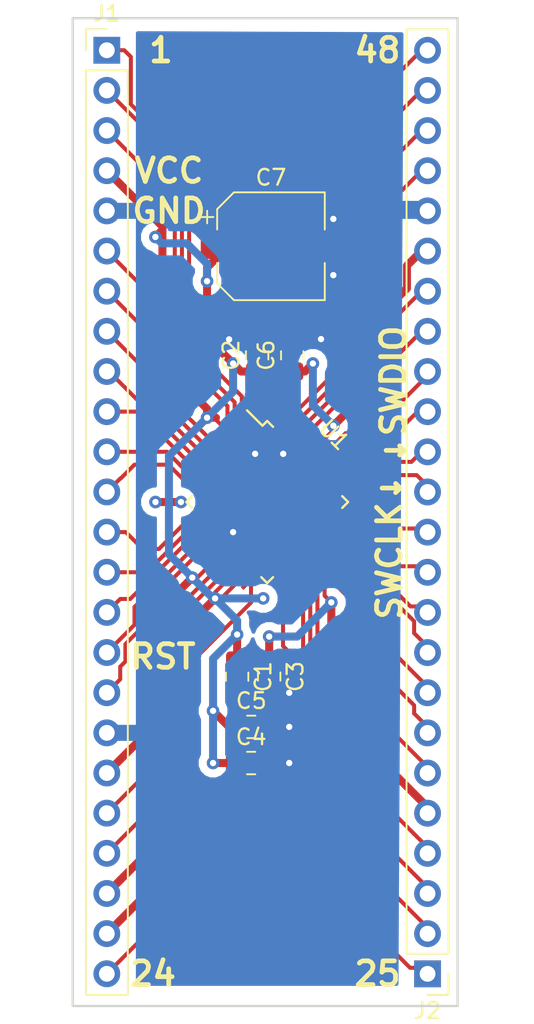
<source format=kicad_pcb>
(kicad_pcb (version 20171130) (host pcbnew 5.0.0+dfsg1-1)

  (general
    (thickness 1.6)
    (drawings 13)
    (tracks 362)
    (zones 0)
    (modules 10)
    (nets 43)
  )

  (page A4)
  (layers
    (0 F.Cu signal)
    (31 B.Cu signal)
    (33 F.Adhes user)
    (35 F.Paste user)
    (37 F.SilkS user)
    (39 F.Mask user)
    (40 Dwgs.User user)
    (41 Cmts.User user)
    (42 Eco1.User user)
    (43 Eco2.User user)
    (44 Edge.Cuts user)
    (45 Margin user)
    (46 B.CrtYd user)
    (47 F.CrtYd user)
    (49 F.Fab user)
  )

  (setup
    (last_trace_width 1.016)
    (user_trace_width 0.127)
    (user_trace_width 0.254)
    (user_trace_width 0.508)
    (user_trace_width 1.016)
    (trace_clearance 0.2)
    (zone_clearance 0.508)
    (zone_45_only no)
    (trace_min 0.127)
    (segment_width 0.2)
    (edge_width 0.15)
    (via_size 0.8)
    (via_drill 0.4)
    (via_min_size 0.4)
    (via_min_drill 0.3)
    (uvia_size 0.3)
    (uvia_drill 0.1)
    (uvias_allowed no)
    (uvia_min_size 0.2)
    (uvia_min_drill 0.1)
    (pcb_text_width 0.3)
    (pcb_text_size 1.5 1.5)
    (mod_edge_width 0.15)
    (mod_text_size 1 1)
    (mod_text_width 0.15)
    (pad_size 1.524 1.524)
    (pad_drill 0.762)
    (pad_to_mask_clearance 0.2)
    (aux_axis_origin 0 0)
    (visible_elements FFFFFF7F)
    (pcbplotparams
      (layerselection 0x010fc_ffffffff)
      (usegerberextensions false)
      (usegerberattributes false)
      (usegerberadvancedattributes false)
      (creategerberjobfile false)
      (excludeedgelayer true)
      (linewidth 0.100000)
      (plotframeref false)
      (viasonmask false)
      (mode 1)
      (useauxorigin false)
      (hpglpennumber 1)
      (hpglpenspeed 20)
      (hpglpendiameter 15.000000)
      (psnegative false)
      (psa4output false)
      (plotreference true)
      (plotvalue true)
      (plotinvisibletext false)
      (padsonsilk false)
      (subtractmaskfromsilk false)
      (outputformat 1)
      (mirror false)
      (drillshape 1)
      (scaleselection 1)
      (outputdirectory ""))
  )

  (net 0 "")
  (net 1 PIN1)
  (net 2 PIN2)
  (net 3 PIN3)
  (net 4 PIN6)
  (net 5 PIN7)
  (net 6 PIN8)
  (net 7 PIN9)
  (net 8 PIN10)
  (net 9 PIN11)
  (net 10 PIN12)
  (net 11 PIN13)
  (net 12 PIN14)
  (net 13 PIN15)
  (net 14 PIN16)
  (net 15 PIN17)
  (net 16 PIN18)
  (net 17 PIN19)
  (net 18 PIN20)
  (net 19 PIN21)
  (net 20 PIN24)
  (net 21 PIN48)
  (net 22 PIN47)
  (net 23 PIN46)
  (net 24 PIN45)
  (net 25 PIN42)
  (net 26 PIN41)
  (net 27 PIN40)
  (net 28 PIN39)
  (net 29 PIN38)
  (net 30 PIN37)
  (net 31 PIN36)
  (net 32 PIN35)
  (net 33 PIN34)
  (net 34 PIN33)
  (net 35 PIN32)
  (net 36 PIN31)
  (net 37 PIN30)
  (net 38 PIN29)
  (net 39 PIN28)
  (net 40 PIN27)
  (net 41 PIN26)
  (net 42 PIN25)

  (net_class Default "This is the default net class."
    (clearance 0.2)
    (trace_width 0.25)
    (via_dia 0.8)
    (via_drill 0.4)
    (uvia_dia 0.3)
    (uvia_drill 0.1)
    (add_net PIN1)
    (add_net PIN10)
    (add_net PIN11)
    (add_net PIN12)
    (add_net PIN13)
    (add_net PIN14)
    (add_net PIN15)
    (add_net PIN16)
    (add_net PIN17)
    (add_net PIN18)
    (add_net PIN19)
    (add_net PIN2)
    (add_net PIN20)
    (add_net PIN21)
    (add_net PIN24)
    (add_net PIN25)
    (add_net PIN26)
    (add_net PIN27)
    (add_net PIN28)
    (add_net PIN29)
    (add_net PIN3)
    (add_net PIN30)
    (add_net PIN31)
    (add_net PIN32)
    (add_net PIN33)
    (add_net PIN34)
    (add_net PIN35)
    (add_net PIN36)
    (add_net PIN37)
    (add_net PIN38)
    (add_net PIN39)
    (add_net PIN40)
    (add_net PIN41)
    (add_net PIN42)
    (add_net PIN45)
    (add_net PIN46)
    (add_net PIN47)
    (add_net PIN48)
    (add_net PIN6)
    (add_net PIN7)
    (add_net PIN8)
    (add_net PIN9)
  )

  (module Package_QFP:TQFP-48_7x7mm_P0.5mm (layer F.Cu) (tedit 5A02F146) (tstamp 5BDB9E7D)
    (at 27.559 44.831 315)
    (descr "48 LEAD TQFP 7x7mm (see MICREL TQFP7x7-48LD-PL-1.pdf)")
    (tags "QFP 0.5")
    (path /5BC8938B)
    (attr smd)
    (fp_text reference U1 (at 0 -6 315) (layer F.SilkS)
      (effects (font (size 1 1) (thickness 0.15)))
    )
    (fp_text value EFM32HG322F64G-B-QFP48 (at 0 6 315) (layer F.Fab)
      (effects (font (size 1 1) (thickness 0.15)))
    )
    (fp_line (start -3.625 -3.2) (end -5 -3.2) (layer F.SilkS) (width 0.15))
    (fp_line (start 3.625 -3.625) (end 3.1 -3.625) (layer F.SilkS) (width 0.15))
    (fp_line (start 3.625 3.625) (end 3.1 3.625) (layer F.SilkS) (width 0.15))
    (fp_line (start -3.625 3.625) (end -3.1 3.625) (layer F.SilkS) (width 0.15))
    (fp_line (start -3.625 -3.625) (end -3.1 -3.625) (layer F.SilkS) (width 0.15))
    (fp_line (start -3.625 3.625) (end -3.625 3.1) (layer F.SilkS) (width 0.15))
    (fp_line (start 3.625 3.625) (end 3.625 3.1) (layer F.SilkS) (width 0.15))
    (fp_line (start 3.625 -3.625) (end 3.625 -3.1) (layer F.SilkS) (width 0.15))
    (fp_line (start -3.625 -3.625) (end -3.625 -3.2) (layer F.SilkS) (width 0.15))
    (fp_line (start -5.25 5.25) (end 5.25 5.25) (layer F.CrtYd) (width 0.05))
    (fp_line (start -5.25 -5.25) (end 5.25 -5.25) (layer F.CrtYd) (width 0.05))
    (fp_line (start 5.25 -5.25) (end 5.25 5.25) (layer F.CrtYd) (width 0.05))
    (fp_line (start -5.25 -5.25) (end -5.25 5.25) (layer F.CrtYd) (width 0.05))
    (fp_line (start -3.5 -2.5) (end -2.5 -3.5) (layer F.Fab) (width 0.15))
    (fp_line (start -3.5 3.5) (end -3.5 -2.5) (layer F.Fab) (width 0.15))
    (fp_line (start 3.5 3.5) (end -3.5 3.5) (layer F.Fab) (width 0.15))
    (fp_line (start 3.5 -3.5) (end 3.5 3.5) (layer F.Fab) (width 0.15))
    (fp_line (start -2.5 -3.5) (end 3.5 -3.5) (layer F.Fab) (width 0.15))
    (fp_text user %R (at 0 0 315) (layer F.Fab)
      (effects (font (size 1 1) (thickness 0.15)))
    )
    (pad 48 smd rect (at -2.75 -4.35 45) (size 1.3 0.25) (layers F.Cu F.Paste F.Mask)
      (net 21 PIN48))
    (pad 47 smd rect (at -2.25 -4.35 45) (size 1.3 0.25) (layers F.Cu F.Paste F.Mask)
      (net 22 PIN47))
    (pad 46 smd rect (at -1.75 -4.35 45) (size 1.3 0.25) (layers F.Cu F.Paste F.Mask)
      (net 23 PIN46))
    (pad 45 smd rect (at -1.25 -4.35 45) (size 1.3 0.25) (layers F.Cu F.Paste F.Mask)
      (net 24 PIN45))
    (pad 44 smd rect (at -0.75 -4.35 45) (size 1.3 0.25) (layers F.Cu F.Paste F.Mask)
      (net 16 PIN18))
    (pad 43 smd rect (at -0.25 -4.35 45) (size 1.3 0.25) (layers F.Cu F.Paste F.Mask)
      (net 17 PIN19))
    (pad 42 smd rect (at 0.25 -4.35 45) (size 1.3 0.25) (layers F.Cu F.Paste F.Mask)
      (net 25 PIN42))
    (pad 41 smd rect (at 0.75 -4.35 45) (size 1.3 0.25) (layers F.Cu F.Paste F.Mask)
      (net 26 PIN41))
    (pad 40 smd rect (at 1.25 -4.35 45) (size 1.3 0.25) (layers F.Cu F.Paste F.Mask)
      (net 27 PIN40))
    (pad 39 smd rect (at 1.75 -4.35 45) (size 1.3 0.25) (layers F.Cu F.Paste F.Mask)
      (net 28 PIN39))
    (pad 38 smd rect (at 2.25 -4.35 45) (size 1.3 0.25) (layers F.Cu F.Paste F.Mask)
      (net 29 PIN38))
    (pad 37 smd rect (at 2.75 -4.35 45) (size 1.3 0.25) (layers F.Cu F.Paste F.Mask)
      (net 30 PIN37))
    (pad 36 smd rect (at 4.35 -2.75 315) (size 1.3 0.25) (layers F.Cu F.Paste F.Mask)
      (net 31 PIN36))
    (pad 35 smd rect (at 4.35 -2.25 315) (size 1.3 0.25) (layers F.Cu F.Paste F.Mask)
      (net 32 PIN35))
    (pad 34 smd rect (at 4.35 -1.75 315) (size 1.3 0.25) (layers F.Cu F.Paste F.Mask)
      (net 33 PIN34))
    (pad 33 smd rect (at 4.35 -1.25 315) (size 1.3 0.25) (layers F.Cu F.Paste F.Mask)
      (net 34 PIN33))
    (pad 32 smd rect (at 4.35 -0.75 315) (size 1.3 0.25) (layers F.Cu F.Paste F.Mask)
      (net 35 PIN32))
    (pad 31 smd rect (at 4.35 -0.25 315) (size 1.3 0.25) (layers F.Cu F.Paste F.Mask)
      (net 36 PIN31))
    (pad 30 smd rect (at 4.35 0.25 315) (size 1.3 0.25) (layers F.Cu F.Paste F.Mask)
      (net 37 PIN30))
    (pad 29 smd rect (at 4.35 0.75 315) (size 1.3 0.25) (layers F.Cu F.Paste F.Mask)
      (net 38 PIN29))
    (pad 28 smd rect (at 4.35 1.25 315) (size 1.3 0.25) (layers F.Cu F.Paste F.Mask)
      (net 39 PIN28))
    (pad 27 smd rect (at 4.35 1.75 315) (size 1.3 0.25) (layers F.Cu F.Paste F.Mask)
      (net 40 PIN27))
    (pad 26 smd rect (at 4.35 2.25 315) (size 1.3 0.25) (layers F.Cu F.Paste F.Mask)
      (net 41 PIN26))
    (pad 25 smd rect (at 4.35 2.75 315) (size 1.3 0.25) (layers F.Cu F.Paste F.Mask)
      (net 42 PIN25))
    (pad 24 smd rect (at 2.75 4.35 45) (size 1.3 0.25) (layers F.Cu F.Paste F.Mask)
      (net 20 PIN24))
    (pad 23 smd rect (at 2.25 4.35 45) (size 1.3 0.25) (layers F.Cu F.Paste F.Mask)
      (net 17 PIN19))
    (pad 22 smd rect (at 1.75 4.35 45) (size 1.3 0.25) (layers F.Cu F.Paste F.Mask)
      (net 17 PIN19))
    (pad 21 smd rect (at 1.25 4.35 45) (size 1.3 0.25) (layers F.Cu F.Paste F.Mask)
      (net 19 PIN21))
    (pad 20 smd rect (at 0.75 4.35 45) (size 1.3 0.25) (layers F.Cu F.Paste F.Mask)
      (net 18 PIN20))
    (pad 19 smd rect (at 0.25 4.35 45) (size 1.3 0.25) (layers F.Cu F.Paste F.Mask)
      (net 17 PIN19))
    (pad 18 smd rect (at -0.25 4.35 45) (size 1.3 0.25) (layers F.Cu F.Paste F.Mask)
      (net 16 PIN18))
    (pad 17 smd rect (at -0.75 4.35 45) (size 1.3 0.25) (layers F.Cu F.Paste F.Mask)
      (net 15 PIN17))
    (pad 16 smd rect (at -1.25 4.35 45) (size 1.3 0.25) (layers F.Cu F.Paste F.Mask)
      (net 14 PIN16))
    (pad 15 smd rect (at -1.75 4.35 45) (size 1.3 0.25) (layers F.Cu F.Paste F.Mask)
      (net 13 PIN15))
    (pad 14 smd rect (at -2.25 4.35 45) (size 1.3 0.25) (layers F.Cu F.Paste F.Mask)
      (net 12 PIN14))
    (pad 13 smd rect (at -2.75 4.35 45) (size 1.3 0.25) (layers F.Cu F.Paste F.Mask)
      (net 11 PIN13))
    (pad 12 smd rect (at -4.35 2.75 315) (size 1.3 0.25) (layers F.Cu F.Paste F.Mask)
      (net 10 PIN12))
    (pad 11 smd rect (at -4.35 2.25 315) (size 1.3 0.25) (layers F.Cu F.Paste F.Mask)
      (net 9 PIN11))
    (pad 10 smd rect (at -4.35 1.75 315) (size 1.3 0.25) (layers F.Cu F.Paste F.Mask)
      (net 8 PIN10))
    (pad 9 smd rect (at -4.35 1.25 315) (size 1.3 0.25) (layers F.Cu F.Paste F.Mask)
      (net 7 PIN9))
    (pad 8 smd rect (at -4.35 0.75 315) (size 1.3 0.25) (layers F.Cu F.Paste F.Mask)
      (net 6 PIN8))
    (pad 7 smd rect (at -4.35 0.25 315) (size 1.3 0.25) (layers F.Cu F.Paste F.Mask)
      (net 5 PIN7))
    (pad 6 smd rect (at -4.35 -0.25 315) (size 1.3 0.25) (layers F.Cu F.Paste F.Mask)
      (net 4 PIN6))
    (pad 5 smd rect (at -4.35 -0.75 315) (size 1.3 0.25) (layers F.Cu F.Paste F.Mask)
      (net 16 PIN18))
    (pad 4 smd rect (at -4.35 -1.25 315) (size 1.3 0.25) (layers F.Cu F.Paste F.Mask)
      (net 17 PIN19))
    (pad 3 smd rect (at -4.35 -1.75 315) (size 1.3 0.25) (layers F.Cu F.Paste F.Mask)
      (net 3 PIN3))
    (pad 2 smd rect (at -4.35 -2.25 315) (size 1.3 0.25) (layers F.Cu F.Paste F.Mask)
      (net 2 PIN2))
    (pad 1 smd rect (at -4.35 -2.75 315) (size 1.3 0.25) (layers F.Cu F.Paste F.Mask)
      (net 1 PIN1))
    (model ${KISYS3DMOD}/Package_QFP.3dshapes/TQFP-48_7x7mm_P0.5mm.wrl
      (at (xyz 0 0 0))
      (scale (xyz 1 1 1))
      (rotate (xyz 0 0 0))
    )
  )

  (module Connector_PinHeader_2.54mm:PinHeader_1x24_P2.54mm_Vertical (layer F.Cu) (tedit 59FED5CC) (tstamp 5BDB9E13)
    (at 17.399 16.253)
    (descr "Through hole straight pin header, 1x24, 2.54mm pitch, single row")
    (tags "Through hole pin header THT 1x24 2.54mm single row")
    (path /5BC3A6B9)
    (fp_text reference J1 (at 0 -2.33) (layer F.SilkS)
      (effects (font (size 1 1) (thickness 0.15)))
    )
    (fp_text value Conn_01x24_Male (at 0 60.75) (layer F.Fab)
      (effects (font (size 1 1) (thickness 0.15)))
    )
    (fp_line (start -0.635 -1.27) (end 1.27 -1.27) (layer F.Fab) (width 0.1))
    (fp_line (start 1.27 -1.27) (end 1.27 59.69) (layer F.Fab) (width 0.1))
    (fp_line (start 1.27 59.69) (end -1.27 59.69) (layer F.Fab) (width 0.1))
    (fp_line (start -1.27 59.69) (end -1.27 -0.635) (layer F.Fab) (width 0.1))
    (fp_line (start -1.27 -0.635) (end -0.635 -1.27) (layer F.Fab) (width 0.1))
    (fp_line (start -1.33 59.75) (end 1.33 59.75) (layer F.SilkS) (width 0.12))
    (fp_line (start -1.33 1.27) (end -1.33 59.75) (layer F.SilkS) (width 0.12))
    (fp_line (start 1.33 1.27) (end 1.33 59.75) (layer F.SilkS) (width 0.12))
    (fp_line (start -1.33 1.27) (end 1.33 1.27) (layer F.SilkS) (width 0.12))
    (fp_line (start -1.33 0) (end -1.33 -1.33) (layer F.SilkS) (width 0.12))
    (fp_line (start -1.33 -1.33) (end 0 -1.33) (layer F.SilkS) (width 0.12))
    (fp_line (start -1.8 -1.8) (end -1.8 60.2) (layer F.CrtYd) (width 0.05))
    (fp_line (start -1.8 60.2) (end 1.8 60.2) (layer F.CrtYd) (width 0.05))
    (fp_line (start 1.8 60.2) (end 1.8 -1.8) (layer F.CrtYd) (width 0.05))
    (fp_line (start 1.8 -1.8) (end -1.8 -1.8) (layer F.CrtYd) (width 0.05))
    (fp_text user %R (at 0 29.21 90) (layer F.Fab)
      (effects (font (size 1 1) (thickness 0.15)))
    )
    (pad 1 thru_hole rect (at 0 0) (size 1.7 1.7) (drill 1) (layers *.Cu *.Mask)
      (net 1 PIN1))
    (pad 2 thru_hole oval (at 0 2.54) (size 1.7 1.7) (drill 1) (layers *.Cu *.Mask)
      (net 2 PIN2))
    (pad 3 thru_hole oval (at 0 5.08) (size 1.7 1.7) (drill 1) (layers *.Cu *.Mask)
      (net 3 PIN3))
    (pad 4 thru_hole oval (at 0 7.62) (size 1.7 1.7) (drill 1) (layers *.Cu *.Mask)
      (net 17 PIN19))
    (pad 5 thru_hole oval (at 0 10.16) (size 1.7 1.7) (drill 1) (layers *.Cu *.Mask)
      (net 16 PIN18))
    (pad 6 thru_hole oval (at 0 12.7) (size 1.7 1.7) (drill 1) (layers *.Cu *.Mask)
      (net 4 PIN6))
    (pad 7 thru_hole oval (at 0 15.24) (size 1.7 1.7) (drill 1) (layers *.Cu *.Mask)
      (net 5 PIN7))
    (pad 8 thru_hole oval (at 0 17.78) (size 1.7 1.7) (drill 1) (layers *.Cu *.Mask)
      (net 6 PIN8))
    (pad 9 thru_hole oval (at 0 20.32) (size 1.7 1.7) (drill 1) (layers *.Cu *.Mask)
      (net 7 PIN9))
    (pad 10 thru_hole oval (at 0 22.86) (size 1.7 1.7) (drill 1) (layers *.Cu *.Mask)
      (net 8 PIN10))
    (pad 11 thru_hole oval (at 0 25.4) (size 1.7 1.7) (drill 1) (layers *.Cu *.Mask)
      (net 9 PIN11))
    (pad 12 thru_hole oval (at 0 27.94) (size 1.7 1.7) (drill 1) (layers *.Cu *.Mask)
      (net 10 PIN12))
    (pad 13 thru_hole oval (at 0 30.48) (size 1.7 1.7) (drill 1) (layers *.Cu *.Mask)
      (net 11 PIN13))
    (pad 14 thru_hole oval (at 0 33.02) (size 1.7 1.7) (drill 1) (layers *.Cu *.Mask)
      (net 12 PIN14))
    (pad 15 thru_hole oval (at 0 35.56) (size 1.7 1.7) (drill 1) (layers *.Cu *.Mask)
      (net 13 PIN15))
    (pad 16 thru_hole oval (at 0 38.1) (size 1.7 1.7) (drill 1) (layers *.Cu *.Mask)
      (net 14 PIN16))
    (pad 17 thru_hole oval (at 0 40.64) (size 1.7 1.7) (drill 1) (layers *.Cu *.Mask)
      (net 15 PIN17))
    (pad 18 thru_hole oval (at 0 43.18) (size 1.7 1.7) (drill 1) (layers *.Cu *.Mask)
      (net 16 PIN18))
    (pad 19 thru_hole oval (at 0 45.72) (size 1.7 1.7) (drill 1) (layers *.Cu *.Mask)
      (net 17 PIN19))
    (pad 20 thru_hole oval (at 0 48.26) (size 1.7 1.7) (drill 1) (layers *.Cu *.Mask)
      (net 18 PIN20))
    (pad 21 thru_hole oval (at 0 50.8) (size 1.7 1.7) (drill 1) (layers *.Cu *.Mask)
      (net 19 PIN21))
    (pad 22 thru_hole oval (at 0 53.34) (size 1.7 1.7) (drill 1) (layers *.Cu *.Mask)
      (net 17 PIN19))
    (pad 23 thru_hole oval (at 0 55.88) (size 1.7 1.7) (drill 1) (layers *.Cu *.Mask)
      (net 17 PIN19))
    (pad 24 thru_hole oval (at 0 58.42) (size 1.7 1.7) (drill 1) (layers *.Cu *.Mask)
      (net 20 PIN24))
    (model ${KISYS3DMOD}/Connector_PinHeader_2.54mm.3dshapes/PinHeader_1x24_P2.54mm_Vertical.wrl
      (at (xyz 0 0 0))
      (scale (xyz 1 1 1))
      (rotate (xyz 0 0 0))
    )
  )

  (module Connector_PinHeader_2.54mm:PinHeader_1x24_P2.54mm_Vertical (layer F.Cu) (tedit 59FED5CC) (tstamp 5BF10B06)
    (at 37.719 74.676 180)
    (descr "Through hole straight pin header, 1x24, 2.54mm pitch, single row")
    (tags "Through hole pin header THT 1x24 2.54mm single row")
    (path /5BC3A82F)
    (fp_text reference J2 (at 0 -2.33 180) (layer F.SilkS)
      (effects (font (size 1 1) (thickness 0.15)))
    )
    (fp_text value Conn_01x24_Male (at 0 60.75 180) (layer F.Fab)
      (effects (font (size 1 1) (thickness 0.15)))
    )
    (fp_text user %R (at 0 29.21 270) (layer F.Fab)
      (effects (font (size 1 1) (thickness 0.15)))
    )
    (fp_line (start 1.8 -1.8) (end -1.8 -1.8) (layer F.CrtYd) (width 0.05))
    (fp_line (start 1.8 60.2) (end 1.8 -1.8) (layer F.CrtYd) (width 0.05))
    (fp_line (start -1.8 60.2) (end 1.8 60.2) (layer F.CrtYd) (width 0.05))
    (fp_line (start -1.8 -1.8) (end -1.8 60.2) (layer F.CrtYd) (width 0.05))
    (fp_line (start -1.33 -1.33) (end 0 -1.33) (layer F.SilkS) (width 0.12))
    (fp_line (start -1.33 0) (end -1.33 -1.33) (layer F.SilkS) (width 0.12))
    (fp_line (start -1.33 1.27) (end 1.33 1.27) (layer F.SilkS) (width 0.12))
    (fp_line (start 1.33 1.27) (end 1.33 59.75) (layer F.SilkS) (width 0.12))
    (fp_line (start -1.33 1.27) (end -1.33 59.75) (layer F.SilkS) (width 0.12))
    (fp_line (start -1.33 59.75) (end 1.33 59.75) (layer F.SilkS) (width 0.12))
    (fp_line (start -1.27 -0.635) (end -0.635 -1.27) (layer F.Fab) (width 0.1))
    (fp_line (start -1.27 59.69) (end -1.27 -0.635) (layer F.Fab) (width 0.1))
    (fp_line (start 1.27 59.69) (end -1.27 59.69) (layer F.Fab) (width 0.1))
    (fp_line (start 1.27 -1.27) (end 1.27 59.69) (layer F.Fab) (width 0.1))
    (fp_line (start -0.635 -1.27) (end 1.27 -1.27) (layer F.Fab) (width 0.1))
    (pad 24 thru_hole oval (at 0 58.42 180) (size 1.7 1.7) (drill 1) (layers *.Cu *.Mask)
      (net 21 PIN48))
    (pad 23 thru_hole oval (at 0 55.88 180) (size 1.7 1.7) (drill 1) (layers *.Cu *.Mask)
      (net 22 PIN47))
    (pad 22 thru_hole oval (at 0 53.34 180) (size 1.7 1.7) (drill 1) (layers *.Cu *.Mask)
      (net 23 PIN46))
    (pad 21 thru_hole oval (at 0 50.8 180) (size 1.7 1.7) (drill 1) (layers *.Cu *.Mask)
      (net 24 PIN45))
    (pad 20 thru_hole oval (at 0 48.26 180) (size 1.7 1.7) (drill 1) (layers *.Cu *.Mask)
      (net 16 PIN18))
    (pad 19 thru_hole oval (at 0 45.72 180) (size 1.7 1.7) (drill 1) (layers *.Cu *.Mask)
      (net 17 PIN19))
    (pad 18 thru_hole oval (at 0 43.18 180) (size 1.7 1.7) (drill 1) (layers *.Cu *.Mask)
      (net 25 PIN42))
    (pad 17 thru_hole oval (at 0 40.64 180) (size 1.7 1.7) (drill 1) (layers *.Cu *.Mask)
      (net 26 PIN41))
    (pad 16 thru_hole oval (at 0 38.1 180) (size 1.7 1.7) (drill 1) (layers *.Cu *.Mask)
      (net 27 PIN40))
    (pad 15 thru_hole oval (at 0 35.56 180) (size 1.7 1.7) (drill 1) (layers *.Cu *.Mask)
      (net 28 PIN39))
    (pad 14 thru_hole oval (at 0 33.02 180) (size 1.7 1.7) (drill 1) (layers *.Cu *.Mask)
      (net 29 PIN38))
    (pad 13 thru_hole oval (at 0 30.48 180) (size 1.7 1.7) (drill 1) (layers *.Cu *.Mask)
      (net 30 PIN37))
    (pad 12 thru_hole oval (at 0 27.94 180) (size 1.7 1.7) (drill 1) (layers *.Cu *.Mask)
      (net 31 PIN36))
    (pad 11 thru_hole oval (at 0 25.4 180) (size 1.7 1.7) (drill 1) (layers *.Cu *.Mask)
      (net 32 PIN35))
    (pad 10 thru_hole oval (at 0 22.86 180) (size 1.7 1.7) (drill 1) (layers *.Cu *.Mask)
      (net 33 PIN34))
    (pad 9 thru_hole oval (at 0 20.32 180) (size 1.7 1.7) (drill 1) (layers *.Cu *.Mask)
      (net 34 PIN33))
    (pad 8 thru_hole oval (at 0 17.78 180) (size 1.7 1.7) (drill 1) (layers *.Cu *.Mask)
      (net 35 PIN32))
    (pad 7 thru_hole oval (at 0 15.24 180) (size 1.7 1.7) (drill 1) (layers *.Cu *.Mask)
      (net 36 PIN31))
    (pad 6 thru_hole oval (at 0 12.7 180) (size 1.7 1.7) (drill 1) (layers *.Cu *.Mask)
      (net 37 PIN30))
    (pad 5 thru_hole oval (at 0 10.16 180) (size 1.7 1.7) (drill 1) (layers *.Cu *.Mask)
      (net 38 PIN29))
    (pad 4 thru_hole oval (at 0 7.62 180) (size 1.7 1.7) (drill 1) (layers *.Cu *.Mask)
      (net 39 PIN28))
    (pad 3 thru_hole oval (at 0 5.08 180) (size 1.7 1.7) (drill 1) (layers *.Cu *.Mask)
      (net 40 PIN27))
    (pad 2 thru_hole oval (at 0 2.54 180) (size 1.7 1.7) (drill 1) (layers *.Cu *.Mask)
      (net 41 PIN26))
    (pad 1 thru_hole rect (at 0 0 180) (size 1.7 1.7) (drill 1) (layers *.Cu *.Mask)
      (net 42 PIN25))
    (model ${KISYS3DMOD}/Connector_PinHeader_2.54mm.3dshapes/PinHeader_1x24_P2.54mm_Vertical.wrl
      (at (xyz 0 0 0))
      (scale (xyz 1 1 1))
      (rotate (xyz 0 0 0))
    )
  )

  (module Capacitor_SMD:C_0805_2012Metric_Pad1.15x1.40mm_HandSolder (layer F.Cu) (tedit 5B36C52B) (tstamp 5BE5CAE0)
    (at 25.654 55.88 270)
    (descr "Capacitor SMD 0805 (2012 Metric), square (rectangular) end terminal, IPC_7351 nominal with elongated pad for handsoldering. (Body size source: https://docs.google.com/spreadsheets/d/1BsfQQcO9C6DZCsRaXUlFlo91Tg2WpOkGARC1WS5S8t0/edit?usp=sharing), generated with kicad-footprint-generator")
    (tags "capacitor handsolder")
    (path /5BD4C42F)
    (attr smd)
    (fp_text reference C1 (at 0 -1.65 270) (layer F.SilkS)
      (effects (font (size 1 1) (thickness 0.15)))
    )
    (fp_text value 100n (at 0 1.65 270) (layer F.Fab)
      (effects (font (size 1 1) (thickness 0.15)))
    )
    (fp_text user %R (at 0 0 270) (layer F.Fab)
      (effects (font (size 0.5 0.5) (thickness 0.08)))
    )
    (fp_line (start 1.85 0.95) (end -1.85 0.95) (layer F.CrtYd) (width 0.05))
    (fp_line (start 1.85 -0.95) (end 1.85 0.95) (layer F.CrtYd) (width 0.05))
    (fp_line (start -1.85 -0.95) (end 1.85 -0.95) (layer F.CrtYd) (width 0.05))
    (fp_line (start -1.85 0.95) (end -1.85 -0.95) (layer F.CrtYd) (width 0.05))
    (fp_line (start -0.261252 0.71) (end 0.261252 0.71) (layer F.SilkS) (width 0.12))
    (fp_line (start -0.261252 -0.71) (end 0.261252 -0.71) (layer F.SilkS) (width 0.12))
    (fp_line (start 1 0.6) (end -1 0.6) (layer F.Fab) (width 0.1))
    (fp_line (start 1 -0.6) (end 1 0.6) (layer F.Fab) (width 0.1))
    (fp_line (start -1 -0.6) (end 1 -0.6) (layer F.Fab) (width 0.1))
    (fp_line (start -1 0.6) (end -1 -0.6) (layer F.Fab) (width 0.1))
    (pad 2 smd roundrect (at 1.025 0 270) (size 1.15 1.4) (layers F.Cu F.Paste F.Mask) (roundrect_rratio 0.217391)
      (net 16 PIN18))
    (pad 1 smd roundrect (at -1.025 0 270) (size 1.15 1.4) (layers F.Cu F.Paste F.Mask) (roundrect_rratio 0.217391)
      (net 17 PIN19))
    (model ${KISYS3DMOD}/Capacitor_SMD.3dshapes/C_0805_2012Metric.wrl
      (at (xyz 0 0 0))
      (scale (xyz 1 1 1))
      (rotate (xyz 0 0 0))
    )
  )

  (module Capacitor_SMD:C_0805_2012Metric_Pad1.15x1.40mm_HandSolder (layer F.Cu) (tedit 5B36C52B) (tstamp 5BF0C9D1)
    (at 26.924 35.551 90)
    (descr "Capacitor SMD 0805 (2012 Metric), square (rectangular) end terminal, IPC_7351 nominal with elongated pad for handsoldering. (Body size source: https://docs.google.com/spreadsheets/d/1BsfQQcO9C6DZCsRaXUlFlo91Tg2WpOkGARC1WS5S8t0/edit?usp=sharing), generated with kicad-footprint-generator")
    (tags "capacitor handsolder")
    (path /5BD4C319)
    (attr smd)
    (fp_text reference C2 (at 0 -1.65 90) (layer F.SilkS)
      (effects (font (size 1 1) (thickness 0.15)))
    )
    (fp_text value 100n (at 0 1.65 90) (layer F.Fab)
      (effects (font (size 1 1) (thickness 0.15)))
    )
    (fp_line (start -1 0.6) (end -1 -0.6) (layer F.Fab) (width 0.1))
    (fp_line (start -1 -0.6) (end 1 -0.6) (layer F.Fab) (width 0.1))
    (fp_line (start 1 -0.6) (end 1 0.6) (layer F.Fab) (width 0.1))
    (fp_line (start 1 0.6) (end -1 0.6) (layer F.Fab) (width 0.1))
    (fp_line (start -0.261252 -0.71) (end 0.261252 -0.71) (layer F.SilkS) (width 0.12))
    (fp_line (start -0.261252 0.71) (end 0.261252 0.71) (layer F.SilkS) (width 0.12))
    (fp_line (start -1.85 0.95) (end -1.85 -0.95) (layer F.CrtYd) (width 0.05))
    (fp_line (start -1.85 -0.95) (end 1.85 -0.95) (layer F.CrtYd) (width 0.05))
    (fp_line (start 1.85 -0.95) (end 1.85 0.95) (layer F.CrtYd) (width 0.05))
    (fp_line (start 1.85 0.95) (end -1.85 0.95) (layer F.CrtYd) (width 0.05))
    (fp_text user %R (at 0 0 90) (layer F.Fab)
      (effects (font (size 0.5 0.5) (thickness 0.08)))
    )
    (pad 1 smd roundrect (at -1.025 0 90) (size 1.15 1.4) (layers F.Cu F.Paste F.Mask) (roundrect_rratio 0.217391)
      (net 17 PIN19))
    (pad 2 smd roundrect (at 1.025 0 90) (size 1.15 1.4) (layers F.Cu F.Paste F.Mask) (roundrect_rratio 0.217391)
      (net 16 PIN18))
    (model ${KISYS3DMOD}/Capacitor_SMD.3dshapes/C_0805_2012Metric.wrl
      (at (xyz 0 0 0))
      (scale (xyz 1 1 1))
      (rotate (xyz 0 0 0))
    )
  )

  (module Capacitor_SMD:C_0805_2012Metric_Pad1.15x1.40mm_HandSolder (layer F.Cu) (tedit 5B36C52B) (tstamp 5BE5CB02)
    (at 27.686 55.871 270)
    (descr "Capacitor SMD 0805 (2012 Metric), square (rectangular) end terminal, IPC_7351 nominal with elongated pad for handsoldering. (Body size source: https://docs.google.com/spreadsheets/d/1BsfQQcO9C6DZCsRaXUlFlo91Tg2WpOkGARC1WS5S8t0/edit?usp=sharing), generated with kicad-footprint-generator")
    (tags "capacitor handsolder")
    (path /5BD056BB)
    (attr smd)
    (fp_text reference C3 (at 0 -1.65 270) (layer F.SilkS)
      (effects (font (size 1 1) (thickness 0.15)))
    )
    (fp_text value 1u (at 0 1.65 270) (layer F.Fab)
      (effects (font (size 1 1) (thickness 0.15)))
    )
    (fp_line (start -1 0.6) (end -1 -0.6) (layer F.Fab) (width 0.1))
    (fp_line (start -1 -0.6) (end 1 -0.6) (layer F.Fab) (width 0.1))
    (fp_line (start 1 -0.6) (end 1 0.6) (layer F.Fab) (width 0.1))
    (fp_line (start 1 0.6) (end -1 0.6) (layer F.Fab) (width 0.1))
    (fp_line (start -0.261252 -0.71) (end 0.261252 -0.71) (layer F.SilkS) (width 0.12))
    (fp_line (start -0.261252 0.71) (end 0.261252 0.71) (layer F.SilkS) (width 0.12))
    (fp_line (start -1.85 0.95) (end -1.85 -0.95) (layer F.CrtYd) (width 0.05))
    (fp_line (start -1.85 -0.95) (end 1.85 -0.95) (layer F.CrtYd) (width 0.05))
    (fp_line (start 1.85 -0.95) (end 1.85 0.95) (layer F.CrtYd) (width 0.05))
    (fp_line (start 1.85 0.95) (end -1.85 0.95) (layer F.CrtYd) (width 0.05))
    (fp_text user %R (at 0 0 270) (layer F.Fab)
      (effects (font (size 0.5 0.5) (thickness 0.08)))
    )
    (pad 1 smd roundrect (at -1.025 0 270) (size 1.15 1.4) (layers F.Cu F.Paste F.Mask) (roundrect_rratio 0.217391)
      (net 38 PIN29))
    (pad 2 smd roundrect (at 1.025 0 270) (size 1.15 1.4) (layers F.Cu F.Paste F.Mask) (roundrect_rratio 0.217391)
      (net 16 PIN18))
    (model ${KISYS3DMOD}/Capacitor_SMD.3dshapes/C_0805_2012Metric.wrl
      (at (xyz 0 0 0))
      (scale (xyz 1 1 1))
      (rotate (xyz 0 0 0))
    )
  )

  (module Capacitor_SMD:C_0805_2012Metric_Pad1.15x1.40mm_HandSolder (layer F.Cu) (tedit 5B36C52B) (tstamp 5BE5CB13)
    (at 26.543 61.341)
    (descr "Capacitor SMD 0805 (2012 Metric), square (rectangular) end terminal, IPC_7351 nominal with elongated pad for handsoldering. (Body size source: https://docs.google.com/spreadsheets/d/1BsfQQcO9C6DZCsRaXUlFlo91Tg2WpOkGARC1WS5S8t0/edit?usp=sharing), generated with kicad-footprint-generator")
    (tags "capacitor handsolder")
    (path /5BD0D983)
    (attr smd)
    (fp_text reference C4 (at 0 -1.65) (layer F.SilkS)
      (effects (font (size 1 1) (thickness 0.15)))
    )
    (fp_text value 100n (at 0 1.65) (layer F.Fab)
      (effects (font (size 1 1) (thickness 0.15)))
    )
    (fp_text user %R (at 0 0) (layer F.Fab)
      (effects (font (size 0.5 0.5) (thickness 0.08)))
    )
    (fp_line (start 1.85 0.95) (end -1.85 0.95) (layer F.CrtYd) (width 0.05))
    (fp_line (start 1.85 -0.95) (end 1.85 0.95) (layer F.CrtYd) (width 0.05))
    (fp_line (start -1.85 -0.95) (end 1.85 -0.95) (layer F.CrtYd) (width 0.05))
    (fp_line (start -1.85 0.95) (end -1.85 -0.95) (layer F.CrtYd) (width 0.05))
    (fp_line (start -0.261252 0.71) (end 0.261252 0.71) (layer F.SilkS) (width 0.12))
    (fp_line (start -0.261252 -0.71) (end 0.261252 -0.71) (layer F.SilkS) (width 0.12))
    (fp_line (start 1 0.6) (end -1 0.6) (layer F.Fab) (width 0.1))
    (fp_line (start 1 -0.6) (end 1 0.6) (layer F.Fab) (width 0.1))
    (fp_line (start -1 -0.6) (end 1 -0.6) (layer F.Fab) (width 0.1))
    (fp_line (start -1 0.6) (end -1 -0.6) (layer F.Fab) (width 0.1))
    (pad 2 smd roundrect (at 1.025 0) (size 1.15 1.4) (layers F.Cu F.Paste F.Mask) (roundrect_rratio 0.217391)
      (net 16 PIN18))
    (pad 1 smd roundrect (at -1.025 0) (size 1.15 1.4) (layers F.Cu F.Paste F.Mask) (roundrect_rratio 0.217391)
      (net 17 PIN19))
    (model ${KISYS3DMOD}/Capacitor_SMD.3dshapes/C_0805_2012Metric.wrl
      (at (xyz 0 0 0))
      (scale (xyz 1 1 1))
      (rotate (xyz 0 0 0))
    )
  )

  (module Capacitor_SMD:C_0805_2012Metric_Pad1.15x1.40mm_HandSolder (layer F.Cu) (tedit 5B36C52B) (tstamp 5BE5CB24)
    (at 26.552 59.055)
    (descr "Capacitor SMD 0805 (2012 Metric), square (rectangular) end terminal, IPC_7351 nominal with elongated pad for handsoldering. (Body size source: https://docs.google.com/spreadsheets/d/1BsfQQcO9C6DZCsRaXUlFlo91Tg2WpOkGARC1WS5S8t0/edit?usp=sharing), generated with kicad-footprint-generator")
    (tags "capacitor handsolder")
    (path /5BD0DAA9)
    (attr smd)
    (fp_text reference C5 (at 0 -1.65) (layer F.SilkS)
      (effects (font (size 1 1) (thickness 0.15)))
    )
    (fp_text value 100n (at 0 1.65) (layer F.Fab)
      (effects (font (size 1 1) (thickness 0.15)))
    )
    (fp_line (start -1 0.6) (end -1 -0.6) (layer F.Fab) (width 0.1))
    (fp_line (start -1 -0.6) (end 1 -0.6) (layer F.Fab) (width 0.1))
    (fp_line (start 1 -0.6) (end 1 0.6) (layer F.Fab) (width 0.1))
    (fp_line (start 1 0.6) (end -1 0.6) (layer F.Fab) (width 0.1))
    (fp_line (start -0.261252 -0.71) (end 0.261252 -0.71) (layer F.SilkS) (width 0.12))
    (fp_line (start -0.261252 0.71) (end 0.261252 0.71) (layer F.SilkS) (width 0.12))
    (fp_line (start -1.85 0.95) (end -1.85 -0.95) (layer F.CrtYd) (width 0.05))
    (fp_line (start -1.85 -0.95) (end 1.85 -0.95) (layer F.CrtYd) (width 0.05))
    (fp_line (start 1.85 -0.95) (end 1.85 0.95) (layer F.CrtYd) (width 0.05))
    (fp_line (start 1.85 0.95) (end -1.85 0.95) (layer F.CrtYd) (width 0.05))
    (fp_text user %R (at 0 0) (layer F.Fab)
      (effects (font (size 0.5 0.5) (thickness 0.08)))
    )
    (pad 1 smd roundrect (at -1.025 0) (size 1.15 1.4) (layers F.Cu F.Paste F.Mask) (roundrect_rratio 0.217391)
      (net 17 PIN19))
    (pad 2 smd roundrect (at 1.025 0) (size 1.15 1.4) (layers F.Cu F.Paste F.Mask) (roundrect_rratio 0.217391)
      (net 16 PIN18))
    (model ${KISYS3DMOD}/Capacitor_SMD.3dshapes/C_0805_2012Metric.wrl
      (at (xyz 0 0 0))
      (scale (xyz 1 1 1))
      (rotate (xyz 0 0 0))
    )
  )

  (module Capacitor_SMD:C_0805_2012Metric_Pad1.15x1.40mm_HandSolder (layer F.Cu) (tedit 5B36C52B) (tstamp 5BE5CB35)
    (at 29.1465 35.551 90)
    (descr "Capacitor SMD 0805 (2012 Metric), square (rectangular) end terminal, IPC_7351 nominal with elongated pad for handsoldering. (Body size source: https://docs.google.com/spreadsheets/d/1BsfQQcO9C6DZCsRaXUlFlo91Tg2WpOkGARC1WS5S8t0/edit?usp=sharing), generated with kicad-footprint-generator")
    (tags "capacitor handsolder")
    (path /5BD0DAD9)
    (attr smd)
    (fp_text reference C6 (at 0 -1.65 90) (layer F.SilkS)
      (effects (font (size 1 1) (thickness 0.15)))
    )
    (fp_text value 100n (at 0 1.65 90) (layer F.Fab)
      (effects (font (size 1 1) (thickness 0.15)))
    )
    (fp_text user %R (at 0.0672 0 90) (layer F.Fab)
      (effects (font (size 0.5 0.5) (thickness 0.08)))
    )
    (fp_line (start 1.85 0.95) (end -1.85 0.95) (layer F.CrtYd) (width 0.05))
    (fp_line (start 1.85 -0.95) (end 1.85 0.95) (layer F.CrtYd) (width 0.05))
    (fp_line (start -1.85 -0.95) (end 1.85 -0.95) (layer F.CrtYd) (width 0.05))
    (fp_line (start -1.85 0.95) (end -1.85 -0.95) (layer F.CrtYd) (width 0.05))
    (fp_line (start -0.261252 0.71) (end 0.261252 0.71) (layer F.SilkS) (width 0.12))
    (fp_line (start -0.261252 -0.71) (end 0.261252 -0.71) (layer F.SilkS) (width 0.12))
    (fp_line (start 1 0.6) (end -1 0.6) (layer F.Fab) (width 0.1))
    (fp_line (start 1 -0.6) (end 1 0.6) (layer F.Fab) (width 0.1))
    (fp_line (start -1 -0.6) (end 1 -0.6) (layer F.Fab) (width 0.1))
    (fp_line (start -1 0.6) (end -1 -0.6) (layer F.Fab) (width 0.1))
    (pad 2 smd roundrect (at 1.025 0 90) (size 1.15 1.4) (layers F.Cu F.Paste F.Mask) (roundrect_rratio 0.217391)
      (net 16 PIN18))
    (pad 1 smd roundrect (at -1.025 0 90) (size 1.15 1.4) (layers F.Cu F.Paste F.Mask) (roundrect_rratio 0.217391)
      (net 17 PIN19))
    (model ${KISYS3DMOD}/Capacitor_SMD.3dshapes/C_0805_2012Metric.wrl
      (at (xyz 0 0 0))
      (scale (xyz 1 1 1))
      (rotate (xyz 0 0 0))
    )
  )

  (module Capacitor_SMD:CP_Elec_6.3x3.9 (layer F.Cu) (tedit 5A841F9D) (tstamp 5BF0CB9E)
    (at 27.799 28.6512)
    (descr "SMT capacitor, aluminium electrolytic, 6.3x3.9, Nichicon ")
    (tags "Capacitor Electrolytic")
    (path /5BD841C4)
    (attr smd)
    (fp_text reference C7 (at 0 -4.35) (layer F.SilkS)
      (effects (font (size 1 1) (thickness 0.15)))
    )
    (fp_text value 47u (at 0 4.35) (layer F.Fab)
      (effects (font (size 1 1) (thickness 0.15)))
    )
    (fp_circle (center 0 0) (end 3.15 0) (layer F.Fab) (width 0.1))
    (fp_line (start 3.3 -3.3) (end 3.3 3.3) (layer F.Fab) (width 0.1))
    (fp_line (start -2.3 -3.3) (end 3.3 -3.3) (layer F.Fab) (width 0.1))
    (fp_line (start -2.3 3.3) (end 3.3 3.3) (layer F.Fab) (width 0.1))
    (fp_line (start -3.3 -2.3) (end -3.3 2.3) (layer F.Fab) (width 0.1))
    (fp_line (start -3.3 -2.3) (end -2.3 -3.3) (layer F.Fab) (width 0.1))
    (fp_line (start -3.3 2.3) (end -2.3 3.3) (layer F.Fab) (width 0.1))
    (fp_line (start -2.704838 -1.33) (end -2.074838 -1.33) (layer F.Fab) (width 0.1))
    (fp_line (start -2.389838 -1.645) (end -2.389838 -1.015) (layer F.Fab) (width 0.1))
    (fp_line (start 3.41 3.41) (end 3.41 1.06) (layer F.SilkS) (width 0.12))
    (fp_line (start 3.41 -3.41) (end 3.41 -1.06) (layer F.SilkS) (width 0.12))
    (fp_line (start -2.345563 -3.41) (end 3.41 -3.41) (layer F.SilkS) (width 0.12))
    (fp_line (start -2.345563 3.41) (end 3.41 3.41) (layer F.SilkS) (width 0.12))
    (fp_line (start -3.41 2.345563) (end -3.41 1.06) (layer F.SilkS) (width 0.12))
    (fp_line (start -3.41 -2.345563) (end -3.41 -1.06) (layer F.SilkS) (width 0.12))
    (fp_line (start -3.41 -2.345563) (end -2.345563 -3.41) (layer F.SilkS) (width 0.12))
    (fp_line (start -3.41 2.345563) (end -2.345563 3.41) (layer F.SilkS) (width 0.12))
    (fp_line (start -4.4375 -1.8475) (end -3.65 -1.8475) (layer F.SilkS) (width 0.12))
    (fp_line (start -4.04375 -2.24125) (end -4.04375 -1.45375) (layer F.SilkS) (width 0.12))
    (fp_line (start 3.55 -3.55) (end 3.55 -1.05) (layer F.CrtYd) (width 0.05))
    (fp_line (start 3.55 -1.05) (end 4.7 -1.05) (layer F.CrtYd) (width 0.05))
    (fp_line (start 4.7 -1.05) (end 4.7 1.05) (layer F.CrtYd) (width 0.05))
    (fp_line (start 4.7 1.05) (end 3.55 1.05) (layer F.CrtYd) (width 0.05))
    (fp_line (start 3.55 1.05) (end 3.55 3.55) (layer F.CrtYd) (width 0.05))
    (fp_line (start -2.4 3.55) (end 3.55 3.55) (layer F.CrtYd) (width 0.05))
    (fp_line (start -2.4 -3.55) (end 3.55 -3.55) (layer F.CrtYd) (width 0.05))
    (fp_line (start -3.55 2.4) (end -2.4 3.55) (layer F.CrtYd) (width 0.05))
    (fp_line (start -3.55 -2.4) (end -2.4 -3.55) (layer F.CrtYd) (width 0.05))
    (fp_line (start -3.55 -2.4) (end -3.55 -1.05) (layer F.CrtYd) (width 0.05))
    (fp_line (start -3.55 1.05) (end -3.55 2.4) (layer F.CrtYd) (width 0.05))
    (fp_line (start -3.55 -1.05) (end -4.7 -1.05) (layer F.CrtYd) (width 0.05))
    (fp_line (start -4.7 -1.05) (end -4.7 1.05) (layer F.CrtYd) (width 0.05))
    (fp_line (start -4.7 1.05) (end -3.55 1.05) (layer F.CrtYd) (width 0.05))
    (fp_text user %R (at 0 0) (layer F.Fab)
      (effects (font (size 1 1) (thickness 0.15)))
    )
    (pad 1 smd rect (at -2.7 0) (size 3.5 1.6) (layers F.Cu F.Paste F.Mask)
      (net 17 PIN19))
    (pad 2 smd rect (at 2.7 0) (size 3.5 1.6) (layers F.Cu F.Paste F.Mask)
      (net 16 PIN18))
    (model ${KISYS3DMOD}/Capacitor_SMD.3dshapes/CP_Elec_6.3x3.9.wrl
      (at (xyz 0 0 0))
      (scale (xyz 1 1 1))
      (rotate (xyz 0 0 0))
    )
  )

  (gr_text ↓SWDIO (at 35.56 38.1 90) (layer F.SilkS)
    (effects (font (size 1.5 1.5) (thickness 0.3)))
  )
  (gr_text SWCLK↓ (at 35.306 47.625 90) (layer F.SilkS)
    (effects (font (size 1.5 1.5) (thickness 0.3)))
  )
  (gr_text RST (at 20.955 54.61) (layer F.SilkS)
    (effects (font (size 1.5 1.5) (thickness 0.3)))
  )
  (gr_text VCC (at 21.336 23.876) (layer F.SilkS)
    (effects (font (size 1.5 1.5) (thickness 0.3)))
  )
  (gr_text GND (at 21.336 26.416) (layer F.SilkS)
    (effects (font (size 1.5 1.5) (thickness 0.3)))
  )
  (gr_text 25 (at 34.544 74.676) (layer F.SilkS)
    (effects (font (size 1.5 1.5) (thickness 0.3)))
  )
  (gr_text 24 (at 20.32 74.676) (layer F.SilkS)
    (effects (font (size 1.5 1.5) (thickness 0.3)))
  )
  (gr_text 48 (at 34.544 16.256) (layer F.SilkS)
    (effects (font (size 1.5 1.5) (thickness 0.3)))
  )
  (gr_text 1 (at 20.828 16.256) (layer F.SilkS)
    (effects (font (size 1.5 1.5) (thickness 0.3)))
  )
  (gr_line (start 15.24 76.708) (end 15.24 14.224) (layer Edge.Cuts) (width 0.15))
  (gr_line (start 39.624 76.708) (end 15.24 76.708) (layer Edge.Cuts) (width 0.15))
  (gr_line (start 39.624 14.224) (end 39.624 76.708) (layer Edge.Cuts) (width 0.15))
  (gr_line (start 15.24 14.224) (end 39.624 14.224) (layer Edge.Cuts) (width 0.15))

  (via (at 22.098 44.831) (size 0.8) (drill 0.4) (layers F.Cu B.Cu) (net 0) (tstamp 5BF10604))
  (via (at 20.48199 44.831) (size 0.8) (drill 0.4) (layers F.Cu B.Cu) (net 0))
  (segment (start 22.098 44.831) (end 20.48199 44.831) (width 0.508) (layer F.Cu) (net 0))
  (segment (start 25.950333 39.333246) (end 26.533695 39.916608) (width 0.254) (layer F.Cu) (net 1))
  (segment (start 22.61226 34.80426) (end 25.950333 38.142333) (width 0.254) (layer F.Cu) (net 1))
  (segment (start 22.61226 23.364192) (end 22.61226 34.80426) (width 0.254) (layer F.Cu) (net 1))
  (segment (start 25.950333 38.142333) (end 25.950333 39.333246) (width 0.254) (layer F.Cu) (net 1))
  (segment (start 17.399 16.253) (end 18.503 16.253) (width 0.254) (layer F.Cu) (net 1))
  (segment (start 18.503 16.253) (end 18.923 16.673) (width 0.254) (layer F.Cu) (net 1))
  (segment (start 18.923 16.673) (end 18.923 19.674932) (width 0.254) (layer F.Cu) (net 1))
  (segment (start 18.923 19.674932) (end 22.61226 23.364192) (width 0.254) (layer F.Cu) (net 1))
  (segment (start 26.180142 40.270161) (end 26.180142 40.205121) (width 0.254) (layer F.Cu) (net 2))
  (segment (start 26.180142 40.205121) (end 25.496323 39.521303) (width 0.254) (layer F.Cu) (net 2))
  (segment (start 25.496323 39.521303) (end 25.496323 38.513823) (width 0.254) (layer F.Cu) (net 2))
  (segment (start 18.248999 19.642999) (end 17.399 18.793) (width 0.254) (layer F.Cu) (net 2))
  (segment (start 22.158251 23.552251) (end 18.248999 19.642999) (width 0.254) (layer F.Cu) (net 2))
  (segment (start 22.158251 35.175751) (end 22.158251 23.552251) (width 0.254) (layer F.Cu) (net 2))
  (segment (start 25.496323 38.513823) (end 22.158251 35.175751) (width 0.254) (layer F.Cu) (net 2))
  (segment (start 18.248999 22.182999) (end 17.399 21.333) (width 0.254) (layer F.Cu) (net 3))
  (segment (start 25.826588 40.623715) (end 25.826588 40.558674) (width 0.254) (layer F.Cu) (net 3))
  (segment (start 25.726132 40.455391) (end 25.199058 39.928317) (width 0.254) (layer F.Cu) (net 3))
  (segment (start 25.199058 39.928317) (end 25.199058 39.866105) (width 0.254) (layer F.Cu) (net 3))
  (segment (start 25.199058 39.866105) (end 25.042313 39.70936) (width 0.254) (layer F.Cu) (net 3))
  (segment (start 25.042313 39.70936) (end 25.042313 38.758313) (width 0.254) (layer F.Cu) (net 3))
  (segment (start 25.826588 40.558674) (end 25.726132 40.458218) (width 0.254) (layer F.Cu) (net 3))
  (segment (start 25.042313 38.758313) (end 21.70424 35.42024) (width 0.254) (layer F.Cu) (net 3))
  (segment (start 25.726132 40.458218) (end 25.726132 40.455391) (width 0.254) (layer F.Cu) (net 3))
  (segment (start 21.70424 35.42024) (end 21.70424 25.63824) (width 0.254) (layer F.Cu) (net 3))
  (segment (start 21.70424 25.63824) (end 18.248999 22.182999) (width 0.254) (layer F.Cu) (net 3))
  (segment (start 18.248999 29.802999) (end 17.399 28.953) (width 0.254) (layer F.Cu) (net 4) (status 30))
  (segment (start 20.342211 31.896211) (end 18.248999 29.802999) (width 0.254) (layer F.Cu) (net 4) (status 20))
  (segment (start 24.765928 41.684375) (end 20.342211 37.260658) (width 0.254) (layer F.Cu) (net 4) (status 10))
  (segment (start 20.342211 37.260658) (end 20.342211 31.896211) (width 0.254) (layer F.Cu) (net 4))
  (segment (start 18.248999 32.342999) (end 17.399 31.493) (width 0.254) (layer F.Cu) (net 5) (status 30))
  (segment (start 24.412375 42.037928) (end 19.8882 37.513753) (width 0.254) (layer F.Cu) (net 5) (status 10))
  (segment (start 19.8882 33.9822) (end 18.248999 32.342999) (width 0.254) (layer F.Cu) (net 5) (status 20))
  (segment (start 19.8882 37.513753) (end 19.8882 33.9822) (width 0.254) (layer F.Cu) (net 5))
  (segment (start 18.248999 34.882999) (end 17.399 34.033) (width 0.254) (layer F.Cu) (net 6) (status 30))
  (segment (start 19.43419 36.06819) (end 18.248999 34.882999) (width 0.254) (layer F.Cu) (net 6) (status 20))
  (segment (start 19.43419 37.766851) (end 19.43419 36.06819) (width 0.254) (layer F.Cu) (net 6))
  (segment (start 24.058821 42.391482) (end 19.43419 37.766851) (width 0.254) (layer F.Cu) (net 6) (status 10))
  (segment (start 17.533233 36.573) (end 17.399 36.573) (width 0.254) (layer F.Cu) (net 7) (status 30))
  (segment (start 23.705268 42.745035) (end 17.533233 36.573) (width 0.254) (layer F.Cu) (net 7) (status 30))
  (segment (start 19.366127 39.113) (end 17.399 39.113) (width 0.254) (layer F.Cu) (net 8) (status 20))
  (segment (start 23.351715 43.098588) (end 19.366127 39.113) (width 0.254) (layer F.Cu) (net 8) (status 10))
  (segment (start 22.014819 42.4688) (end 22.014819 42.461819) (width 0.254) (layer F.Cu) (net 9))
  (segment (start 22.998161 43.452142) (end 22.014819 42.4688) (width 0.254) (layer F.Cu) (net 9) (status 10))
  (segment (start 21.206 41.653) (end 17.399 41.653) (width 0.254) (layer F.Cu) (net 9) (status 20))
  (segment (start 22.014819 42.461819) (end 21.206 41.653) (width 0.254) (layer F.Cu) (net 9))
  (segment (start 18.248999 43.343001) (end 18.277399 43.343001) (width 0.254) (layer F.Cu) (net 10) (status 10))
  (segment (start 17.399 44.193) (end 18.248999 43.343001) (width 0.254) (layer F.Cu) (net 10) (status 30))
  (segment (start 18.277399 43.343001) (end 19.1516 42.4688) (width 0.254) (layer F.Cu) (net 10))
  (segment (start 21.307713 42.4688) (end 22.644608 43.805695) (width 0.254) (layer F.Cu) (net 10) (status 20))
  (segment (start 19.1516 42.4688) (end 21.307713 42.4688) (width 0.254) (layer F.Cu) (net 10))
  (segment (start 18.601081 46.733) (end 19.670881 47.8028) (width 0.254) (layer F.Cu) (net 11))
  (segment (start 17.399 46.733) (end 18.601081 46.733) (width 0.254) (layer F.Cu) (net 11) (status 10))
  (segment (start 20.698113 47.8028) (end 22.644608 45.856305) (width 0.254) (layer F.Cu) (net 11) (status 20))
  (segment (start 19.670881 47.8028) (end 20.698113 47.8028) (width 0.254) (layer F.Cu) (net 11))
  (segment (start 19.935019 49.273) (end 17.399 49.273) (width 0.254) (layer F.Cu) (net 12) (status 20))
  (segment (start 22.998161 46.209858) (end 19.935019 49.273) (width 0.254) (layer F.Cu) (net 12) (status 10))
  (segment (start 18.248999 50.963001) (end 17.399 51.813) (width 0.254) (layer F.Cu) (net 13) (status 30))
  (segment (start 18.887084 50.963001) (end 18.248999 50.963001) (width 0.254) (layer F.Cu) (net 13) (status 20))
  (segment (start 22.694499 47.155586) (end 18.887084 50.963001) (width 0.254) (layer F.Cu) (net 13))
  (segment (start 22.759541 47.155586) (end 22.694499 47.155586) (width 0.254) (layer F.Cu) (net 13))
  (segment (start 23.351715 46.563412) (end 22.759541 47.155586) (width 0.254) (layer F.Cu) (net 13) (status 10))
  (segment (start 18.248999 53.503001) (end 17.399 54.353) (width 0.254) (layer F.Cu) (net 14) (status 30))
  (segment (start 19.1516 52.6004) (end 18.248999 53.503001) (width 0.254) (layer F.Cu) (net 14) (status 20))
  (segment (start 19.1516 51.470633) (end 19.1516 52.6004) (width 0.254) (layer F.Cu) (net 14))
  (segment (start 23.705268 46.916965) (end 19.1516 51.470633) (width 0.254) (layer F.Cu) (net 14) (status 10))
  (segment (start 24.058821 47.270518) (end 23.466647 47.862692) (width 0.254) (layer F.Cu) (net 15) (status 10))
  (segment (start 23.401607 47.862692) (end 19.60561 51.658689) (width 0.254) (layer F.Cu) (net 15))
  (segment (start 23.466647 47.862692) (end 23.401607 47.862692) (width 0.254) (layer F.Cu) (net 15))
  (segment (start 18.248999 56.043001) (end 17.399 56.893) (width 0.254) (layer F.Cu) (net 15) (status 30))
  (segment (start 18.248999 55.244963) (end 18.248999 56.043001) (width 0.254) (layer F.Cu) (net 15) (status 20))
  (segment (start 18.576001 54.917961) (end 18.248999 55.244963) (width 0.254) (layer F.Cu) (net 15))
  (segment (start 18.576001 53.818065) (end 18.576001 54.917961) (width 0.254) (layer F.Cu) (net 15))
  (segment (start 19.60561 52.788457) (end 18.576001 53.818065) (width 0.254) (layer F.Cu) (net 15))
  (segment (start 19.60561 51.658689) (end 19.60561 52.788457) (width 0.254) (layer F.Cu) (net 15))
  (segment (start 29.1465 34.526) (end 30.97 34.526) (width 0.508) (layer F.Cu) (net 16))
  (via (at 30.97 34.526) (size 0.8) (drill 0.4) (layers F.Cu B.Cu) (net 16))
  (via (at 25.146 34.544) (size 0.8) (drill 0.4) (layers F.Cu B.Cu) (net 16))
  (segment (start 25.164 34.526) (end 25.146 34.544) (width 0.508) (layer F.Cu) (net 16))
  (segment (start 26.924 34.526) (end 25.164 34.526) (width 0.508) (layer F.Cu) (net 16))
  (via (at 31.75 30.48) (size 0.8) (drill 0.4) (layers F.Cu B.Cu) (net 16))
  (segment (start 30.499 29.229) (end 31.75 30.48) (width 0.508) (layer F.Cu) (net 16))
  (segment (start 30.499 28.6512) (end 30.499 29.229) (width 0.508) (layer F.Cu) (net 16))
  (via (at 28.956 61.341) (size 0.8) (drill 0.4) (layers F.Cu B.Cu) (net 16))
  (segment (start 27.568 61.341) (end 28.956 61.341) (width 0.508) (layer F.Cu) (net 16))
  (via (at 28.956 59.055) (size 0.8) (drill 0.4) (layers F.Cu B.Cu) (net 16))
  (segment (start 27.577 59.055) (end 28.956 59.055) (width 0.508) (layer F.Cu) (net 16))
  (segment (start 28.956 59.055) (end 28.956 61.341) (width 0.508) (layer B.Cu) (net 16))
  (via (at 28.956 56.896) (size 0.8) (drill 0.4) (layers F.Cu B.Cu) (net 16))
  (segment (start 27.686 56.896) (end 28.956 56.896) (width 0.508) (layer F.Cu) (net 16))
  (segment (start 28.956 56.896) (end 28.956 59.055) (width 0.508) (layer B.Cu) (net 16))
  (segment (start 25.663 56.896) (end 25.654 56.905) (width 0.508) (layer F.Cu) (net 16))
  (segment (start 27.686 56.896) (end 25.663 56.896) (width 0.508) (layer F.Cu) (net 16))
  (via (at 25.4 46.736) (size 0.8) (drill 0.4) (layers F.Cu B.Cu) (net 16))
  (segment (start 25.300447 46.736) (end 25.4 46.736) (width 0.254) (layer F.Cu) (net 16))
  (segment (start 24.306309 47.730138) (end 25.300447 46.736) (width 0.254) (layer F.Cu) (net 16))
  (segment (start 34.798 51.054) (end 28.956 56.896) (width 0.254) (layer B.Cu) (net 16))
  (segment (start 25.4 46.736) (end 25.965685 46.736) (width 0.254) (layer B.Cu) (net 16))
  (segment (start 34.798 46.355) (end 34.798 51.054) (width 0.254) (layer B.Cu) (net 16))
  (segment (start 25.965685 46.736) (end 26.346685 46.355) (width 0.254) (layer B.Cu) (net 16))
  (segment (start 26.346685 46.355) (end 34.798 46.355) (width 0.254) (layer B.Cu) (net 16))
  (segment (start 30.104584 41.224755) (end 29.546339 41.783) (width 0.254) (layer F.Cu) (net 16))
  (segment (start 29.546339 41.783) (end 28.575 41.783) (width 0.254) (layer F.Cu) (net 16))
  (via (at 28.575 41.783) (size 0.8) (drill 0.4) (layers F.Cu B.Cu) (net 16))
  (segment (start 26.797 41.783) (end 25.571661 41.783) (width 0.254) (layer F.Cu) (net 16))
  (segment (start 25.571661 41.783) (end 25.013416 41.224755) (width 0.254) (layer F.Cu) (net 16))
  (via (at 26.797 41.783) (size 0.8) (drill 0.4) (layers F.Cu B.Cu) (net 16))
  (segment (start 32.639 26.035) (end 31.75 26.924) (width 0.254) (layer B.Cu) (net 16))
  (segment (start 31.75 26.924) (end 31.75 27.4002) (width 0.254) (layer F.Cu) (net 16))
  (segment (start 37.719 26.035) (end 35.306 26.035) (width 0.508) (layer B.Cu) (net 16))
  (segment (start 35.306 26.035) (end 32.639 26.035) (width 0.254) (layer B.Cu) (net 16))
  (segment (start 31.75 27.4002) (end 30.499 28.6512) (width 0.254) (layer F.Cu) (net 16))
  (via (at 31.75 26.924) (size 0.8) (drill 0.4) (layers F.Cu B.Cu) (net 16))
  (segment (start 17.399 26.413) (end 20.317 26.413) (width 1.016) (layer B.Cu) (net 16))
  (segment (start 37.719 26.416) (end 35.052 26.416) (width 1.016) (layer B.Cu) (net 16))
  (segment (start 17.399 59.433) (end 20.317 59.433) (width 1.016) (layer B.Cu) (net 16))
  (segment (start 25.826588 49.038285) (end 25.794078 49.038285) (width 0.254) (layer F.Cu) (net 17) (status 30))
  (segment (start 25.473035 40.912229) (end 25.372578 40.811772) (width 0.254) (layer F.Cu) (net 17))
  (segment (start 25.473035 40.977268) (end 25.473035 40.912229) (width 0.254) (layer F.Cu) (net 17))
  (via (at 23.749 39.497) (size 0.8) (drill 0.4) (layers F.Cu B.Cu) (net 17))
  (segment (start 23.749 39.497) (end 24.314685 39.497) (width 0.508) (layer F.Cu) (net 17))
  (segment (start 18.248999 24.722999) (end 17.399 23.873) (width 0.508) (layer F.Cu) (net 17))
  (segment (start 20.923221 27.397221) (end 18.248999 24.722999) (width 0.508) (layer F.Cu) (net 17))
  (segment (start 20.923221 36.105536) (end 20.923221 27.397221) (width 0.508) (layer F.Cu) (net 17))
  (segment (start 23.749 38.931315) (end 20.923221 36.105536) (width 0.508) (layer F.Cu) (net 17))
  (segment (start 23.749 39.497) (end 23.749 38.931315) (width 0.508) (layer F.Cu) (net 17))
  (via (at 20.4755 28.067) (size 0.8) (drill 0.4) (layers F.Cu B.Cu) (net 17))
  (segment (start 20.923221 27.619279) (end 20.4755 28.067) (width 0.508) (layer F.Cu) (net 17))
  (segment (start 20.923221 27.397221) (end 20.923221 27.619279) (width 0.508) (layer F.Cu) (net 17))
  (segment (start 20.875499 28.466999) (end 22.460001 28.466999) (width 0.508) (layer B.Cu) (net 17))
  (segment (start 20.4755 28.067) (end 20.875499 28.466999) (width 0.508) (layer B.Cu) (net 17))
  (via (at 23.749 30.861) (size 0.8) (drill 0.4) (layers F.Cu B.Cu) (net 17))
  (segment (start 23.749 29.755998) (end 23.749 30.861) (width 0.508) (layer B.Cu) (net 17))
  (segment (start 22.460001 28.466999) (end 23.749 29.755998) (width 0.508) (layer B.Cu) (net 17))
  (segment (start 23.749 30.0012) (end 25.099 28.6512) (width 0.508) (layer F.Cu) (net 17))
  (segment (start 23.749 30.861) (end 23.749 30.0012) (width 0.508) (layer F.Cu) (net 17))
  (segment (start 30.352072 41.684375) (end 30.417111 41.684375) (width 0.254) (layer F.Cu) (net 17))
  (segment (start 30.417111 41.684375) (end 30.517568 41.583918) (width 0.254) (layer F.Cu) (net 17))
  (segment (start 36.414999 31.314469) (end 36.414999 29.879001) (width 0.508) (layer F.Cu) (net 17))
  (segment (start 34.705968 33.0235) (end 36.414999 31.314469) (width 0.508) (layer F.Cu) (net 17))
  (segment (start 34.705968 37.049032) (end 34.705968 33.0235) (width 0.508) (layer F.Cu) (net 17))
  (segment (start 36.869001 29.424999) (end 37.719 28.575) (width 0.508) (layer F.Cu) (net 17))
  (segment (start 36.414999 29.879001) (end 36.869001 29.424999) (width 0.508) (layer F.Cu) (net 17))
  (segment (start 31.75 40.005) (end 34.705968 37.049032) (width 0.508) (layer F.Cu) (net 17))
  (segment (start 31.75 40.286447) (end 30.458138 41.578309) (width 0.254) (layer F.Cu) (net 17))
  (segment (start 31.75 40.005) (end 31.75 40.286447) (width 0.254) (layer F.Cu) (net 17))
  (via (at 25.654 53.213) (size 0.8) (drill 0.4) (layers F.Cu B.Cu) (net 17))
  (segment (start 25.654 54.737) (end 25.654 53.213) (width 0.508) (layer F.Cu) (net 17))
  (via (at 24.257951 50.927951) (size 0.8) (drill 0.4) (layers F.Cu B.Cu) (net 17))
  (segment (start 25.654 52.324) (end 24.257951 50.927951) (width 0.508) (layer B.Cu) (net 17))
  (segment (start 25.654 53.213) (end 25.654 52.324) (width 0.508) (layer B.Cu) (net 17))
  (segment (start 22.098 64.894) (end 18.248999 68.743001) (width 0.508) (layer F.Cu) (net 17))
  (segment (start 18.248999 68.743001) (end 17.399 69.593) (width 0.508) (layer F.Cu) (net 17))
  (segment (start 22.098 53.087902) (end 22.098 64.894) (width 0.508) (layer F.Cu) (net 17))
  (segment (start 24.257951 50.927951) (end 22.098 53.087902) (width 0.508) (layer F.Cu) (net 17))
  (segment (start 22.098 67.434) (end 17.399 72.133) (width 0.508) (layer F.Cu) (net 17))
  (segment (start 22.098 64.894) (end 22.098 67.434) (width 0.508) (layer F.Cu) (net 17))
  (via (at 22.812763 49.609763) (size 0.8) (drill 0.4) (layers F.Cu B.Cu) (net 17))
  (segment (start 24.130951 50.927951) (end 22.812763 49.609763) (width 0.508) (layer B.Cu) (net 17))
  (segment (start 24.257951 50.927951) (end 24.130951 50.927951) (width 0.508) (layer B.Cu) (net 17))
  (segment (start 18.248999 61.123001) (end 17.399 61.973) (width 0.508) (layer F.Cu) (net 17))
  (segment (start 20.18662 59.18538) (end 18.248999 61.123001) (width 0.508) (layer F.Cu) (net 17))
  (segment (start 20.18662 52.235906) (end 20.18662 59.18538) (width 0.508) (layer F.Cu) (net 17))
  (segment (start 22.812763 49.609763) (end 20.18662 52.235906) (width 0.508) (layer F.Cu) (net 17))
  (segment (start 23.13379 49.609763) (end 22.812763 49.609763) (width 0.254) (layer F.Cu) (net 17))
  (segment (start 24.659862 48.083691) (end 23.13379 49.609763) (width 0.254) (layer F.Cu) (net 17))
  (segment (start 24.257951 50.545049) (end 24.257951 50.927951) (width 0.254) (layer F.Cu) (net 17))
  (segment (start 25.658649 49.144351) (end 24.257951 50.545049) (width 0.254) (layer F.Cu) (net 17))
  (segment (start 25.720522 49.144351) (end 25.658649 49.144351) (width 0.254) (layer F.Cu) (net 17))
  (segment (start 26.074076 49.497905) (end 24.765 50.806981) (width 0.254) (layer F.Cu) (net 17))
  (segment (start 24.378921 50.806981) (end 24.257951 50.927951) (width 0.254) (layer F.Cu) (net 17))
  (segment (start 24.765 50.806981) (end 24.378921 50.806981) (width 0.254) (layer F.Cu) (net 17))
  (via (at 24.13 61.341) (size 0.8) (drill 0.4) (layers F.Cu B.Cu) (net 17))
  (segment (start 25.518 61.341) (end 24.13 61.341) (width 0.508) (layer F.Cu) (net 17))
  (segment (start 24.13 54.737) (end 25.654 53.213) (width 0.508) (layer B.Cu) (net 17))
  (segment (start 24.13 61.341) (end 24.13 54.737) (width 0.508) (layer B.Cu) (net 17))
  (via (at 24.13 58.039) (size 0.8) (drill 0.4) (layers F.Cu B.Cu) (net 17))
  (segment (start 25.146 59.055) (end 24.13 58.039) (width 0.508) (layer F.Cu) (net 17))
  (segment (start 25.527 59.055) (end 25.146 59.055) (width 0.508) (layer F.Cu) (net 17))
  (segment (start 25.516767 41.021) (end 25.527 41.021) (width 0.254) (layer F.Cu) (net 17))
  (segment (start 24.314685 39.497) (end 24.314685 39.623799) (width 0.254) (layer F.Cu) (net 17))
  (segment (start 24.314685 39.623799) (end 24.745048 40.054162) (width 0.254) (layer F.Cu) (net 17))
  (segment (start 24.745048 40.054162) (end 24.745048 40.249281) (width 0.254) (layer F.Cu) (net 17))
  (segment (start 24.745048 40.249281) (end 25.516767 41.021) (width 0.254) (layer F.Cu) (net 17))
  (via (at 27.305 50.927) (size 0.8) (drill 0.4) (layers F.Cu B.Cu) (net 17))
  (segment (start 27.304049 50.927951) (end 27.305 50.927) (width 0.508) (layer B.Cu) (net 17))
  (segment (start 24.257951 50.927951) (end 27.304049 50.927951) (width 0.508) (layer B.Cu) (net 17))
  (via (at 25.4 36.068) (size 0.8) (drill 0.4) (layers F.Cu B.Cu) (net 17))
  (segment (start 25.908 36.576) (end 25.4 36.068) (width 0.508) (layer F.Cu) (net 17))
  (segment (start 26.924 36.576) (end 25.908 36.576) (width 0.508) (layer F.Cu) (net 17))
  (segment (start 25.4 37.846) (end 23.749 39.497) (width 0.508) (layer B.Cu) (net 17))
  (segment (start 25.4 36.068) (end 25.4 37.846) (width 0.508) (layer B.Cu) (net 17))
  (segment (start 29.9465 36.576) (end 30.4545 36.068) (width 0.508) (layer F.Cu) (net 17))
  (segment (start 29.1465 36.576) (end 29.9465 36.576) (width 0.508) (layer F.Cu) (net 17))
  (via (at 30.4545 36.068) (size 0.8) (drill 0.4) (layers F.Cu B.Cu) (net 17))
  (via (at 31.75 40.005) (size 0.8) (drill 0.4) (layers F.Cu B.Cu) (net 17))
  (segment (start 30.4545 38.7095) (end 31.75 40.005) (width 0.508) (layer B.Cu) (net 17))
  (segment (start 30.4545 36.068) (end 30.4545 38.7095) (width 0.508) (layer B.Cu) (net 17))
  (segment (start 23.749 34.417) (end 23.749 30.861) (width 0.508) (layer F.Cu) (net 17))
  (segment (start 25.4 36.068) (end 23.749 34.417) (width 0.508) (layer F.Cu) (net 17))
  (segment (start 26.924 36.576) (end 29.1465 36.576) (width 0.508) (layer F.Cu) (net 17))
  (segment (start 21.336 41.91) (end 23.749 39.497) (width 0.508) (layer B.Cu) (net 17))
  (segment (start 22.812763 49.609763) (end 21.336 48.133) (width 0.508) (layer B.Cu) (net 17))
  (segment (start 21.336 48.133) (end 21.336 41.91) (width 0.508) (layer B.Cu) (net 17))
  (segment (start 20.96764 52.483021) (end 20.96764 60.94436) (width 0.254) (layer F.Cu) (net 18))
  (segment (start 18.248999 63.663001) (end 17.399 64.513) (width 0.254) (layer F.Cu) (net 18) (status 30))
  (segment (start 20.96764 60.94436) (end 18.248999 63.663001) (width 0.254) (layer F.Cu) (net 18) (status 20))
  (segment (start 25.119482 48.331179) (end 20.96764 52.483021) (width 0.254) (layer F.Cu) (net 18) (status 10))
  (segment (start 18.248999 66.203001) (end 17.399 67.053) (width 0.254) (layer F.Cu) (net 19) (status 30))
  (segment (start 21.42165 63.03035) (end 18.248999 66.203001) (width 0.254) (layer F.Cu) (net 19) (status 20))
  (segment (start 21.42165 52.736117) (end 21.42165 63.03035) (width 0.254) (layer F.Cu) (net 19))
  (segment (start 25.473035 48.684732) (end 21.42165 52.736117) (width 0.254) (layer F.Cu) (net 19) (status 10))
  (segment (start 18.248999 73.823001) (end 17.399 74.673) (width 0.254) (layer F.Cu) (net 20))
  (segment (start 26.533695 49.745392) (end 26.533695 51.190305) (width 0.254) (layer F.Cu) (net 20))
  (segment (start 26.533695 51.190305) (end 22.83141 54.89259) (width 0.254) (layer F.Cu) (net 20))
  (segment (start 22.83141 54.89259) (end 22.83141 69.24059) (width 0.254) (layer F.Cu) (net 20))
  (segment (start 22.83141 69.24059) (end 18.248999 73.823001) (width 0.254) (layer F.Cu) (net 20))
  (segment (start 33.2486 31.732992) (end 33.248601 20.345399) (width 0.254) (layer F.Cu) (net 21))
  (segment (start 32.7406 32.240992) (end 33.2486 31.732992) (width 0.254) (layer F.Cu) (net 21))
  (segment (start 32.7406 35.760313) (end 32.7406 32.240992) (width 0.254) (layer F.Cu) (net 21))
  (segment (start 28.584305 39.916608) (end 32.7406 35.760313) (width 0.254) (layer F.Cu) (net 21))
  (segment (start 33.248601 20.345399) (end 36.869001 16.724999) (width 0.254) (layer F.Cu) (net 21))
  (segment (start 36.869001 16.724999) (end 37.719 15.875) (width 0.254) (layer F.Cu) (net 21))
  (segment (start 33.216939 32.406721) (end 33.702611 31.921049) (width 0.254) (layer F.Cu) (net 22))
  (segment (start 33.216938 35.991081) (end 33.216939 32.406721) (width 0.254) (layer F.Cu) (net 22))
  (segment (start 33.702611 31.921049) (end 33.702611 22.431389) (width 0.254) (layer F.Cu) (net 22))
  (segment (start 36.869001 19.264999) (end 37.719 18.415) (width 0.254) (layer F.Cu) (net 22) (status 30))
  (segment (start 28.937858 40.270161) (end 33.216938 35.991081) (width 0.254) (layer F.Cu) (net 22) (status 10))
  (segment (start 33.702611 22.431389) (end 36.869001 19.264999) (width 0.254) (layer F.Cu) (net 22) (status 20))
  (segment (start 33.670948 36.244179) (end 33.670949 32.594779) (width 0.254) (layer F.Cu) (net 23))
  (segment (start 29.291412 40.623715) (end 33.670948 36.244179) (width 0.254) (layer F.Cu) (net 23) (status 10))
  (segment (start 34.156622 24.517378) (end 36.869001 21.804999) (width 0.254) (layer F.Cu) (net 23) (status 20))
  (segment (start 34.156622 32.109106) (end 34.156622 24.517378) (width 0.254) (layer F.Cu) (net 23))
  (segment (start 33.670949 32.594779) (end 34.156622 32.109106) (width 0.254) (layer F.Cu) (net 23))
  (segment (start 36.869001 21.804999) (end 37.719 20.955) (width 0.254) (layer F.Cu) (net 23) (status 30))
  (segment (start 36.869001 24.344999) (end 37.719 23.495) (width 0.254) (layer F.Cu) (net 24) (status 30))
  (segment (start 29.644965 40.977268) (end 34.124958 36.497275) (width 0.254) (layer F.Cu) (net 24) (status 10))
  (segment (start 34.610633 26.603367) (end 36.869001 24.344999) (width 0.254) (layer F.Cu) (net 24) (status 20))
  (segment (start 34.610633 32.297163) (end 34.610633 26.603367) (width 0.254) (layer F.Cu) (net 24))
  (segment (start 34.124959 32.782837) (end 34.610633 32.297163) (width 0.254) (layer F.Cu) (net 24))
  (segment (start 34.124958 36.497275) (end 34.124959 32.782837) (width 0.254) (layer F.Cu) (net 24))
  (segment (start 35.486989 33.347011) (end 36.869001 31.964999) (width 0.254) (layer F.Cu) (net 25))
  (segment (start 32.789904 40.474963) (end 35.486989 37.777879) (width 0.254) (layer F.Cu) (net 25))
  (segment (start 32.528753 40.474963) (end 32.789904 40.474963) (width 0.254) (layer F.Cu) (net 25))
  (segment (start 31.631558 41.309941) (end 31.732015 41.209484) (width 0.254) (layer F.Cu) (net 25))
  (segment (start 30.871122 41.937472) (end 30.873949 41.937472) (width 0.254) (layer F.Cu) (net 25))
  (segment (start 31.401023 41.410398) (end 31.466062 41.410398) (width 0.254) (layer F.Cu) (net 25))
  (segment (start 30.873949 41.937472) (end 31.401023 41.410398) (width 0.254) (layer F.Cu) (net 25))
  (segment (start 31.732015 41.209484) (end 31.794232 41.209484) (width 0.254) (layer F.Cu) (net 25))
  (segment (start 36.869001 31.964999) (end 37.719 31.115) (width 0.254) (layer F.Cu) (net 25))
  (segment (start 30.770666 42.037928) (end 30.871122 41.937472) (width 0.254) (layer F.Cu) (net 25))
  (segment (start 31.466062 41.410398) (end 31.566519 41.309941) (width 0.254) (layer F.Cu) (net 25))
  (segment (start 30.705625 42.037928) (end 30.770666 42.037928) (width 0.254) (layer F.Cu) (net 25))
  (segment (start 31.794232 41.209484) (end 32.528753 40.474963) (width 0.254) (layer F.Cu) (net 25))
  (segment (start 35.486989 37.777879) (end 35.486989 33.347011) (width 0.254) (layer F.Cu) (net 25))
  (segment (start 31.566519 41.309941) (end 31.631558 41.309941) (width 0.254) (layer F.Cu) (net 25))
  (segment (start 35.941 37.965934) (end 35.941 35.433) (width 0.254) (layer F.Cu) (net 26))
  (segment (start 31.227502 42.291025) (end 31.754576 41.763951) (width 0.254) (layer F.Cu) (net 26))
  (segment (start 31.754576 41.763951) (end 31.819615 41.763951) (width 0.254) (layer F.Cu) (net 26))
  (segment (start 31.819615 41.763951) (end 31.920072 41.663494) (width 0.254) (layer F.Cu) (net 26))
  (segment (start 31.920072 41.663494) (end 31.982288 41.663494) (width 0.254) (layer F.Cu) (net 26))
  (segment (start 31.124218 42.391482) (end 31.224675 42.291025) (width 0.254) (layer F.Cu) (net 26))
  (segment (start 35.941 35.433) (end 36.869001 34.504999) (width 0.254) (layer F.Cu) (net 26))
  (segment (start 31.059179 42.391482) (end 31.124218 42.391482) (width 0.254) (layer F.Cu) (net 26))
  (segment (start 36.869001 34.504999) (end 37.719 33.655) (width 0.254) (layer F.Cu) (net 26))
  (segment (start 31.982288 41.663494) (end 32.71681 40.928972) (width 0.254) (layer F.Cu) (net 26))
  (segment (start 31.224675 42.291025) (end 31.227502 42.291025) (width 0.254) (layer F.Cu) (net 26))
  (segment (start 32.71681 40.928972) (end 32.977961 40.928972) (width 0.254) (layer F.Cu) (net 26))
  (segment (start 32.977961 40.928972) (end 35.941 37.965934) (width 0.254) (layer F.Cu) (net 26))
  (segment (start 31.412732 42.745035) (end 31.477771 42.745035) (width 0.254) (layer F.Cu) (net 27))
  (segment (start 37.719 36.83) (end 37.719 36.195) (width 0.254) (layer F.Cu) (net 27))
  (segment (start 33.166018 41.382981) (end 37.719 36.83) (width 0.254) (layer F.Cu) (net 27))
  (segment (start 32.904867 41.382981) (end 33.166018 41.382981) (width 0.254) (layer F.Cu) (net 27))
  (segment (start 32.170344 42.117504) (end 32.904867 41.382981) (width 0.254) (layer F.Cu) (net 27))
  (segment (start 32.108129 42.117504) (end 32.170344 42.117504) (width 0.254) (layer F.Cu) (net 27))
  (segment (start 31.581055 42.644578) (end 32.108129 42.117504) (width 0.254) (layer F.Cu) (net 27))
  (segment (start 31.477771 42.745035) (end 31.578228 42.644578) (width 0.254) (layer F.Cu) (net 27))
  (segment (start 31.578228 42.644578) (end 31.581055 42.644578) (width 0.254) (layer F.Cu) (net 27))
  (segment (start 37.465 38.735) (end 37.719 38.735) (width 0.254) (layer F.Cu) (net 28))
  (segment (start 31.766285 43.098588) (end 31.831327 43.098588) (width 0.254) (layer F.Cu) (net 28))
  (segment (start 33.092924 41.83699) (end 34.36301 41.83699) (width 0.254) (layer F.Cu) (net 28))
  (segment (start 31.831327 43.098588) (end 33.092924 41.83699) (width 0.254) (layer F.Cu) (net 28))
  (segment (start 34.36301 41.83699) (end 37.465 38.735) (width 0.254) (layer F.Cu) (net 28))
  (segment (start 36.703 42.291) (end 37.719 41.275) (width 0.254) (layer F.Cu) (net 29))
  (segment (start 33.280981 42.291) (end 36.703 42.291) (width 0.254) (layer F.Cu) (net 29))
  (segment (start 32.119839 43.452142) (end 33.280981 42.291) (width 0.254) (layer F.Cu) (net 29))
  (segment (start 37.0332 43.1292) (end 37.719 43.815) (width 0.254) (layer F.Cu) (net 30) (status 30))
  (segment (start 33.149887 43.1292) (end 37.0332 43.1292) (width 0.254) (layer F.Cu) (net 30) (status 20))
  (segment (start 32.473392 43.805695) (end 33.149887 43.1292) (width 0.254) (layer F.Cu) (net 30) (status 10))
  (segment (start 37.5666 46.5074) (end 37.719 46.355) (width 0.254) (layer F.Cu) (net 31) (status 30))
  (segment (start 33.124487 46.5074) (end 37.5666 46.5074) (width 0.254) (layer F.Cu) (net 31) (status 20))
  (segment (start 32.473392 45.856305) (end 33.124487 46.5074) (width 0.254) (layer F.Cu) (net 31) (status 10))
  (segment (start 34.804981 48.895) (end 37.719 48.895) (width 0.254) (layer F.Cu) (net 32) (status 20))
  (segment (start 32.119839 46.209858) (end 34.804981 48.895) (width 0.254) (layer F.Cu) (net 32) (status 10))
  (segment (start 36.637873 51.435) (end 37.719 51.435) (width 0.254) (layer F.Cu) (net 33) (status 20))
  (segment (start 31.766285 46.563412) (end 36.637873 51.435) (width 0.254) (layer F.Cu) (net 33) (status 10))
  (segment (start 31.412732 46.916965) (end 36.869001 52.373234) (width 0.254) (layer F.Cu) (net 34))
  (segment (start 36.869001 52.373234) (end 36.869001 53.125001) (width 0.254) (layer F.Cu) (net 34))
  (segment (start 36.869001 53.125001) (end 37.719 53.975) (width 0.254) (layer F.Cu) (net 34))
  (segment (start 35.071022 51.282361) (end 35.071022 53.867022) (width 0.254) (layer F.Cu) (net 35))
  (segment (start 35.071022 53.867022) (end 36.869001 55.665001) (width 0.254) (layer F.Cu) (net 35))
  (segment (start 31.059179 47.270518) (end 35.071022 51.282361) (width 0.254) (layer F.Cu) (net 35))
  (segment (start 36.869001 55.665001) (end 37.719 56.515) (width 0.254) (layer F.Cu) (net 35))
  (segment (start 34.617011 51.535458) (end 34.617011 55.437943) (width 0.254) (layer F.Cu) (net 36))
  (segment (start 34.617011 55.437943) (end 36.869001 57.689933) (width 0.254) (layer F.Cu) (net 36))
  (segment (start 36.869001 57.689933) (end 36.869001 58.205001) (width 0.254) (layer F.Cu) (net 36))
  (segment (start 36.869001 58.205001) (end 37.719 59.055) (width 0.254) (layer F.Cu) (net 36))
  (segment (start 30.705625 47.624072) (end 34.617011 51.535458) (width 0.254) (layer F.Cu) (net 36))
  (segment (start 35.687 57.15) (end 35.687 59.563) (width 0.254) (layer F.Cu) (net 37))
  (segment (start 34.163 55.626) (end 35.687 57.15) (width 0.254) (layer F.Cu) (net 37))
  (segment (start 30.352072 47.977625) (end 31.651589 49.277142) (width 0.254) (layer F.Cu) (net 37))
  (segment (start 34.163 52.324) (end 34.163 55.626) (width 0.254) (layer F.Cu) (net 37))
  (segment (start 35.687 59.563) (end 37.719 61.595) (width 0.254) (layer F.Cu) (net 37))
  (segment (start 31.651589 49.277142) (end 31.651589 49.812589) (width 0.254) (layer F.Cu) (net 37))
  (segment (start 31.651589 49.812589) (end 34.163 52.324) (width 0.254) (layer F.Cu) (net 37))
  (via (at 27.686 53.34) (size 0.8) (drill 0.4) (layers F.Cu B.Cu) (net 38))
  (segment (start 27.686 54.846) (end 27.686 53.34) (width 0.508) (layer F.Cu) (net 38))
  (segment (start 29.464 53.34) (end 31.623 51.181) (width 0.508) (layer B.Cu) (net 38))
  (via (at 31.623 51.181) (size 0.8) (drill 0.4) (layers F.Cu B.Cu) (net 38))
  (segment (start 27.686 53.34) (end 29.464 53.34) (width 0.508) (layer B.Cu) (net 38))
  (segment (start 36.869001 63.285001) (end 37.719 64.135) (width 0.508) (layer F.Cu) (net 38))
  (segment (start 35.10599 57.724322) (end 35.10599 61.52199) (width 0.508) (layer F.Cu) (net 38))
  (segment (start 35.10599 61.52199) (end 36.869001 63.285001) (width 0.508) (layer F.Cu) (net 38))
  (segment (start 31.623 54.241332) (end 35.10599 57.724322) (width 0.508) (layer F.Cu) (net 38))
  (segment (start 31.623 51.181) (end 31.623 54.241332) (width 0.508) (layer F.Cu) (net 38))
  (segment (start 31.197578 50.755578) (end 31.197578 49.530239) (width 0.254) (layer F.Cu) (net 38))
  (segment (start 30.634913 48.967574) (end 30.104584 48.437245) (width 0.254) (layer F.Cu) (net 38))
  (segment (start 31.197578 49.530239) (end 30.634913 48.967574) (width 0.254) (layer F.Cu) (net 38))
  (segment (start 31.623 51.181) (end 31.197578 50.755578) (width 0.254) (layer F.Cu) (net 38))
  (segment (start 36.869001 65.825001) (end 37.719 66.675) (width 0.254) (layer F.Cu) (net 39))
  (segment (start 33.528 62.484) (end 36.869001 65.825001) (width 0.254) (layer F.Cu) (net 39))
  (segment (start 29.644965 48.684732) (end 30.743569 49.783336) (width 0.254) (layer F.Cu) (net 39))
  (segment (start 30.74357 54.183574) (end 33.528 56.968004) (width 0.254) (layer F.Cu) (net 39))
  (segment (start 30.743569 49.783336) (end 30.74357 54.183574) (width 0.254) (layer F.Cu) (net 39))
  (segment (start 33.528 56.968004) (end 33.528 62.484) (width 0.254) (layer F.Cu) (net 39))
  (segment (start 30.28956 54.371632) (end 33.02 57.102072) (width 0.254) (layer F.Cu) (net 40))
  (segment (start 33.02 57.102072) (end 33.02 64.516) (width 0.254) (layer F.Cu) (net 40))
  (segment (start 33.02 64.516) (end 36.869001 68.365001) (width 0.254) (layer F.Cu) (net 40))
  (segment (start 29.291412 49.038285) (end 30.28956 50.036433) (width 0.254) (layer F.Cu) (net 40))
  (segment (start 36.869001 68.365001) (end 37.719 69.215) (width 0.254) (layer F.Cu) (net 40))
  (segment (start 30.28956 50.036433) (end 30.28956 54.371632) (width 0.254) (layer F.Cu) (net 40))
  (segment (start 29.83555 54.55969) (end 32.565989 57.290129) (width 0.254) (layer F.Cu) (net 41))
  (segment (start 32.565989 57.290129) (end 32.56599 64.704058) (width 0.254) (layer F.Cu) (net 41))
  (segment (start 33.11841 67.15441) (end 36.869001 70.905001) (width 0.254) (layer F.Cu) (net 41))
  (segment (start 33.11841 65.256478) (end 33.11841 67.15441) (width 0.254) (layer F.Cu) (net 41))
  (segment (start 36.869001 70.905001) (end 37.719 71.755) (width 0.254) (layer F.Cu) (net 41))
  (segment (start 32.56599 64.704058) (end 33.11841 65.256478) (width 0.254) (layer F.Cu) (net 41))
  (segment (start 29.835549 50.28953) (end 29.83555 54.55969) (width 0.254) (layer F.Cu) (net 41))
  (segment (start 28.937858 49.391839) (end 29.835549 50.28953) (width 0.254) (layer F.Cu) (net 41))
  (segment (start 36.615 74.295) (end 37.719 74.295) (width 0.254) (layer F.Cu) (net 42) (status 20))
  (segment (start 32.6644 70.3444) (end 36.615 74.295) (width 0.254) (layer F.Cu) (net 42))
  (segment (start 32.6644 66.04) (end 32.6644 70.3444) (width 0.254) (layer F.Cu) (net 42))
  (segment (start 32.0548 65.4304) (end 32.6644 66.04) (width 0.254) (layer F.Cu) (net 42))
  (segment (start 32.0548 63.569011) (end 32.0548 65.4304) (width 0.254) (layer F.Cu) (net 42))
  (segment (start 32.0548 63.569011) (end 32.0548 57.4294) (width 0.254) (layer F.Cu) (net 42))
  (segment (start 32.0548 57.4294) (end 32.0548 57.614991) (width 0.254) (layer F.Cu) (net 42))
  (segment (start 32.04854 57.42314) (end 32.0548 57.4294) (width 0.254) (layer F.Cu) (net 42))
  (segment (start 28.563092 53.937692) (end 32.04854 57.42314) (width 0.254) (layer F.Cu) (net 42))
  (segment (start 28.563092 49.724179) (end 28.563092 53.937692) (width 0.254) (layer F.Cu) (net 42) (status 10))

  (zone (net 16) (net_name PIN18) (layer B.Cu) (tstamp 0) (hatch edge 0.508)
    (connect_pads (clearance 0.508))
    (min_thickness 0.254)
    (fill yes (arc_segments 16) (thermal_gap 0.508) (thermal_bridge_width 0.508))
    (polygon
      (pts
        (xy 19.431 15.0495) (xy 36.195 15.113) (xy 35.8775 75.438) (xy 19.2405 75.438) (xy 19.2405 15.0495)
      )
    )
    (filled_polygon
      (pts
        (xy 36.067333 15.239517) (xy 35.751167 75.311) (xy 19.3675 75.311) (xy 19.3675 44.625126) (xy 19.44699 44.625126)
        (xy 19.44699 45.036874) (xy 19.604559 45.41728) (xy 19.89571 45.708431) (xy 20.276116 45.866) (xy 20.447 45.866)
        (xy 20.447 48.045445) (xy 20.429584 48.133) (xy 20.447 48.220555) (xy 20.498581 48.479869) (xy 20.695067 48.773933)
        (xy 20.769296 48.823531) (xy 21.789332 49.843568) (xy 21.935332 50.196043) (xy 22.226483 50.487194) (xy 22.578959 50.633194)
        (xy 23.324323 51.378559) (xy 23.38052 51.514231) (xy 23.671671 51.805382) (xy 24.024147 51.951382) (xy 24.753991 52.681227)
        (xy 24.630569 52.979195) (xy 23.563294 54.046471) (xy 23.489068 54.096067) (xy 23.439472 54.170293) (xy 23.439471 54.170294)
        (xy 23.292582 54.39013) (xy 23.223584 54.737) (xy 23.241001 54.824559) (xy 23.241001 57.480649) (xy 23.095 57.833126)
        (xy 23.095 58.244874) (xy 23.241 58.597351) (xy 23.241 60.78265) (xy 23.095 61.135126) (xy 23.095 61.546874)
        (xy 23.252569 61.92728) (xy 23.54372 62.218431) (xy 23.924126 62.376) (xy 24.335874 62.376) (xy 24.71628 62.218431)
        (xy 25.007431 61.92728) (xy 25.165 61.546874) (xy 25.165 61.135126) (xy 25.019 60.78265) (xy 25.019 58.59735)
        (xy 25.165 58.244874) (xy 25.165 57.833126) (xy 25.019 57.48065) (xy 25.019 55.105235) (xy 25.887805 54.236431)
        (xy 26.24028 54.090431) (xy 26.531431 53.79928) (xy 26.651 53.510614) (xy 26.651 53.545874) (xy 26.808569 53.92628)
        (xy 27.09972 54.217431) (xy 27.480126 54.375) (xy 27.891874 54.375) (xy 28.24435 54.229) (xy 29.376445 54.229)
        (xy 29.464 54.246416) (xy 29.551555 54.229) (xy 29.551556 54.229) (xy 29.81087 54.177419) (xy 30.104933 53.980933)
        (xy 30.154531 53.906704) (xy 31.856805 52.204431) (xy 32.20928 52.058431) (xy 32.500431 51.76728) (xy 32.658 51.386874)
        (xy 32.658 50.975126) (xy 32.500431 50.59472) (xy 32.20928 50.303569) (xy 31.828874 50.146) (xy 31.417126 50.146)
        (xy 31.03672 50.303569) (xy 30.745569 50.59472) (xy 30.599569 50.947195) (xy 29.095765 52.451) (xy 28.24435 52.451)
        (xy 27.891874 52.305) (xy 27.480126 52.305) (xy 27.09972 52.462569) (xy 26.808569 52.75372) (xy 26.689 53.042386)
        (xy 26.689 53.007126) (xy 26.543 52.65465) (xy 26.543 52.41155) (xy 26.560415 52.323999) (xy 26.543 52.236448)
        (xy 26.543 52.236444) (xy 26.491419 51.97713) (xy 26.384391 51.816951) (xy 26.748946 51.816951) (xy 27.099126 51.962)
        (xy 27.510874 51.962) (xy 27.89128 51.804431) (xy 28.182431 51.51328) (xy 28.34 51.132874) (xy 28.34 50.721126)
        (xy 28.182431 50.34072) (xy 27.89128 50.049569) (xy 27.510874 49.892) (xy 27.099126 49.892) (xy 26.744354 50.038951)
        (xy 24.816301 50.038951) (xy 24.463825 49.892951) (xy 24.353187 49.892951) (xy 23.836194 49.375959) (xy 23.690194 49.023483)
        (xy 23.399043 48.732332) (xy 23.046568 48.586332) (xy 22.225 47.764765) (xy 22.225 45.866) (xy 22.303874 45.866)
        (xy 22.68428 45.708431) (xy 22.975431 45.41728) (xy 23.133 45.036874) (xy 23.133 44.625126) (xy 22.975431 44.24472)
        (xy 22.68428 43.953569) (xy 22.303874 43.796) (xy 22.225 43.796) (xy 22.225 42.278235) (xy 23.982805 40.52043)
        (xy 24.33528 40.374431) (xy 24.626431 40.08328) (xy 24.772431 39.730804) (xy 25.966707 38.536529) (xy 26.040933 38.486933)
        (xy 26.123989 38.36263) (xy 26.237419 38.192871) (xy 26.306416 37.846) (xy 26.289 37.758444) (xy 26.289 36.62635)
        (xy 26.435 36.273874) (xy 26.435 35.862126) (xy 29.4195 35.862126) (xy 29.4195 36.273874) (xy 29.5655 36.62635)
        (xy 29.565501 38.621941) (xy 29.548084 38.7095) (xy 29.617082 39.05637) (xy 29.664656 39.127569) (xy 29.813568 39.350433)
        (xy 29.887794 39.400029) (xy 30.726569 40.238805) (xy 30.872569 40.59128) (xy 31.16372 40.882431) (xy 31.544126 41.04)
        (xy 31.955874 41.04) (xy 32.33628 40.882431) (xy 32.627431 40.59128) (xy 32.785 40.210874) (xy 32.785 39.799126)
        (xy 32.627431 39.41872) (xy 32.33628 39.127569) (xy 31.983805 38.981569) (xy 31.3435 38.341265) (xy 31.3435 36.62635)
        (xy 31.4895 36.273874) (xy 31.4895 35.862126) (xy 31.331931 35.48172) (xy 31.04078 35.190569) (xy 30.660374 35.033)
        (xy 30.248626 35.033) (xy 29.86822 35.190569) (xy 29.577069 35.48172) (xy 29.4195 35.862126) (xy 26.435 35.862126)
        (xy 26.277431 35.48172) (xy 25.98628 35.190569) (xy 25.605874 35.033) (xy 25.194126 35.033) (xy 24.81372 35.190569)
        (xy 24.522569 35.48172) (xy 24.365 35.862126) (xy 24.365 36.273874) (xy 24.511 36.626351) (xy 24.511001 37.477763)
        (xy 23.515196 38.473569) (xy 23.16272 38.619569) (xy 22.871569 38.91072) (xy 22.72557 39.263195) (xy 20.769294 41.219471)
        (xy 20.695068 41.269067) (xy 20.645472 41.343293) (xy 20.645471 41.343294) (xy 20.498582 41.56313) (xy 20.429584 41.91)
        (xy 20.447001 41.997559) (xy 20.447001 43.796) (xy 20.276116 43.796) (xy 19.89571 43.953569) (xy 19.604559 44.24472)
        (xy 19.44699 44.625126) (xy 19.3675 44.625126) (xy 19.3675 27.861126) (xy 19.4405 27.861126) (xy 19.4405 28.272874)
        (xy 19.598069 28.65328) (xy 19.88922 28.944431) (xy 20.215669 29.07965) (xy 20.234566 29.107932) (xy 20.528629 29.304418)
        (xy 20.787943 29.355999) (xy 20.875498 29.373415) (xy 20.963053 29.355999) (xy 22.091766 29.355999) (xy 22.86 30.124234)
        (xy 22.86 30.302649) (xy 22.714 30.655126) (xy 22.714 31.066874) (xy 22.871569 31.44728) (xy 23.16272 31.738431)
        (xy 23.543126 31.896) (xy 23.954874 31.896) (xy 24.33528 31.738431) (xy 24.626431 31.44728) (xy 24.784 31.066874)
        (xy 24.784 30.655126) (xy 24.638 30.30265) (xy 24.638 29.843553) (xy 24.655416 29.755998) (xy 24.638 29.668442)
        (xy 24.586419 29.409128) (xy 24.389933 29.115065) (xy 24.315707 29.065469) (xy 23.150532 27.900295) (xy 23.100934 27.826066)
        (xy 22.806871 27.62958) (xy 22.547557 27.577999) (xy 22.547556 27.577999) (xy 22.460001 27.560583) (xy 22.372446 27.577999)
        (xy 21.393225 27.577999) (xy 21.352931 27.48072) (xy 21.06178 27.189569) (xy 20.681374 27.032) (xy 20.269626 27.032)
        (xy 19.88922 27.189569) (xy 19.598069 27.48072) (xy 19.4405 27.861126) (xy 19.3675 27.861126) (xy 19.3675 15.1765)
        (xy 19.430783 15.1765)
      )
    )
  )
)

</source>
